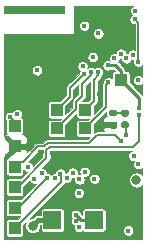
<source format=gbr>
%TF.GenerationSoftware,KiCad,Pcbnew,5.1.9-73d0e3b20d~88~ubuntu20.04.1*%
%TF.CreationDate,2022-04-15T22:34:28-04:00*%
%TF.ProjectId,ring,72696e67-2e6b-4696-9361-645f70636258,rev?*%
%TF.SameCoordinates,Original*%
%TF.FileFunction,Copper,L4,Bot*%
%TF.FilePolarity,Positive*%
%FSLAX46Y46*%
G04 Gerber Fmt 4.6, Leading zero omitted, Abs format (unit mm)*
G04 Created by KiCad (PCBNEW 5.1.9-73d0e3b20d~88~ubuntu20.04.1) date 2022-04-15 22:34:28*
%MOMM*%
%LPD*%
G01*
G04 APERTURE LIST*
%TA.AperFunction,SMDPad,CuDef*%
%ADD10R,1.000000X1.000000*%
%TD*%
%TA.AperFunction,SMDPad,CuDef*%
%ADD11R,1.500000X1.500000*%
%TD*%
%TA.AperFunction,ViaPad*%
%ADD12C,0.400000*%
%TD*%
%TA.AperFunction,ViaPad*%
%ADD13C,0.800000*%
%TD*%
%TA.AperFunction,Conductor*%
%ADD14C,0.150000*%
%TD*%
%TA.AperFunction,Conductor*%
%ADD15C,0.400000*%
%TD*%
%TA.AperFunction,Conductor*%
%ADD16C,0.293370*%
%TD*%
%TA.AperFunction,Conductor*%
%ADD17C,0.200000*%
%TD*%
%TA.AperFunction,Conductor*%
%ADD18C,0.250000*%
%TD*%
%TA.AperFunction,Conductor*%
%ADD19C,0.090000*%
%TD*%
%TA.AperFunction,Conductor*%
%ADD20C,0.100000*%
%TD*%
G04 APERTURE END LIST*
D10*
%TO.P,TP13,1*%
%TO.N,+1V8*%
X79044800Y-25400000D03*
%TD*%
%TO.P,TP12,1*%
%TO.N,/BTN_3*%
X73609200Y-27940000D03*
%TD*%
%TO.P,TP11,1*%
%TO.N,/BTN_2*%
X73609200Y-29514800D03*
%TD*%
%TO.P,TP10,1*%
%TO.N,/BTN_1*%
X75996800Y-27940000D03*
%TD*%
%TO.P,TP9,1*%
%TO.N,/BTN_0*%
X75996800Y-29514800D03*
%TD*%
%TO.P,R5,2*%
%TO.N,GND*%
%TA.AperFunction,SMDPad,CuDef*%
G36*
G01*
X78199400Y-28942000D02*
X78569400Y-28942000D01*
G75*
G02*
X78704400Y-29077000I0J-135000D01*
G01*
X78704400Y-29347000D01*
G75*
G02*
X78569400Y-29482000I-135000J0D01*
G01*
X78199400Y-29482000D01*
G75*
G02*
X78064400Y-29347000I0J135000D01*
G01*
X78064400Y-29077000D01*
G75*
G02*
X78199400Y-28942000I135000J0D01*
G01*
G37*
%TD.AperFunction*%
%TO.P,R5,1*%
%TO.N,Net-(D1-Pad1)*%
%TA.AperFunction,SMDPad,CuDef*%
G36*
G01*
X78199400Y-27922000D02*
X78569400Y-27922000D01*
G75*
G02*
X78704400Y-28057000I0J-135000D01*
G01*
X78704400Y-28327000D01*
G75*
G02*
X78569400Y-28462000I-135000J0D01*
G01*
X78199400Y-28462000D01*
G75*
G02*
X78064400Y-28327000I0J135000D01*
G01*
X78064400Y-28057000D01*
G75*
G02*
X78199400Y-27922000I135000J0D01*
G01*
G37*
%TD.AperFunction*%
%TD*%
%TO.P,D1,2*%
%TO.N,/LED_1*%
%TA.AperFunction,SMDPad,CuDef*%
G36*
G01*
X79227900Y-28892000D02*
X79572900Y-28892000D01*
G75*
G02*
X79720400Y-29039500I0J-147500D01*
G01*
X79720400Y-29334500D01*
G75*
G02*
X79572900Y-29482000I-147500J0D01*
G01*
X79227900Y-29482000D01*
G75*
G02*
X79080400Y-29334500I0J147500D01*
G01*
X79080400Y-29039500D01*
G75*
G02*
X79227900Y-28892000I147500J0D01*
G01*
G37*
%TD.AperFunction*%
%TO.P,D1,1*%
%TO.N,Net-(D1-Pad1)*%
%TA.AperFunction,SMDPad,CuDef*%
G36*
G01*
X79227900Y-27922000D02*
X79572900Y-27922000D01*
G75*
G02*
X79720400Y-28069500I0J-147500D01*
G01*
X79720400Y-28364500D01*
G75*
G02*
X79572900Y-28512000I-147500J0D01*
G01*
X79227900Y-28512000D01*
G75*
G02*
X79080400Y-28364500I0J147500D01*
G01*
X79080400Y-28069500D01*
G75*
G02*
X79227900Y-27922000I147500J0D01*
G01*
G37*
%TD.AperFunction*%
%TD*%
D11*
%TO.P,TP8,1*%
%TO.N,+BATT*%
X76758800Y-37287200D03*
%TD*%
%TO.P,TP7,1*%
%TO.N,/CELL-*%
X73253600Y-37287200D03*
%TD*%
D10*
%TO.P,TP4,1*%
%TO.N,/NRST*%
X70053200Y-34493200D03*
%TD*%
%TO.P,TP6,1*%
%TO.N,+1V8*%
X70053200Y-29311600D03*
%TD*%
%TO.P,TP5,1*%
%TO.N,GND*%
X70053200Y-31038800D03*
%TD*%
%TO.P,TP3,1*%
%TO.N,/BOOT0*%
X70053200Y-32766000D03*
%TD*%
%TO.P,TP2,1*%
%TO.N,/SWCLK*%
X70053200Y-37947600D03*
%TD*%
%TO.P,TP1,1*%
%TO.N,/SWDIO*%
X70053200Y-36220400D03*
%TD*%
D12*
%TO.N,*%
X76657200Y-23469600D03*
%TO.N,GND*%
X74275200Y-22301200D03*
X74834000Y-22707600D03*
X69342000Y-26263600D03*
X69342000Y-26958800D03*
X69342000Y-27958800D03*
X80619600Y-24841200D03*
X76657200Y-22656800D03*
X76660000Y-21844000D03*
X77673200Y-23469600D03*
X69342000Y-23571200D03*
X69342000Y-21691600D03*
X71275200Y-21691600D03*
X75237600Y-19304000D03*
X78943200Y-33274000D03*
X69342000Y-22860000D03*
X70291200Y-22860000D03*
X72491600Y-22860000D03*
X75237600Y-20304000D03*
X69425000Y-30327600D03*
X72275200Y-21691600D03*
X73275200Y-21691600D03*
X74275200Y-21691600D03*
X75275200Y-21691600D03*
X70916800Y-25755600D03*
X76237600Y-19304000D03*
X77237600Y-19304000D03*
X73237600Y-26568400D03*
X74237600Y-26568400D03*
X75237600Y-26568400D03*
X76237600Y-26568400D03*
X77237600Y-26568400D03*
X72237600Y-27568400D03*
X72237600Y-28568400D03*
X72237600Y-29568400D03*
X72237600Y-30568400D03*
X72237600Y-31546800D03*
X72237600Y-26568400D03*
X73237600Y-31568400D03*
X74237600Y-31568400D03*
X75057000Y-31568400D03*
X77237600Y-27568400D03*
X77237600Y-29159200D03*
X73304400Y-38506400D03*
X78798302Y-38524298D03*
X71120000Y-22860000D03*
X69425000Y-31887099D03*
%TO.N,+BATT*%
X80517999Y-25432536D03*
X75488800Y-34975800D03*
X80518000Y-32537400D03*
X75234800Y-36830000D03*
X75255966Y-37318418D03*
%TO.N,/LSM_INT1*%
X80213200Y-20269200D03*
X80517999Y-23850600D03*
%TO.N,/LSM_INT2*%
X70256400Y-28313000D03*
X77142343Y-21476229D03*
%TO.N,/CS*%
X78494001Y-23579199D03*
X74474021Y-33679202D03*
%TO.N,/SCK*%
X79051550Y-23189095D03*
X74973990Y-33259345D03*
%TO.N,/MISO*%
X80051561Y-23264306D03*
X75539600Y-33832800D03*
%TO.N,/MOSI*%
X79509359Y-23576942D03*
X75985067Y-33188212D03*
%TO.N,/SWDIO*%
X72796400Y-33731200D03*
%TO.N,/SWCLK*%
X73926920Y-33348531D03*
%TO.N,/BOOT0*%
X79029961Y-30560928D03*
%TO.N,+1V8*%
X80264000Y-19558000D03*
X75946000Y-20828000D03*
X75806259Y-24244259D03*
X69646800Y-28549600D03*
X73474010Y-33742088D03*
X80122261Y-31836861D03*
D13*
X80365600Y-33883600D03*
D12*
X76809600Y-33782000D03*
X80574978Y-27746389D03*
X77927198Y-24180798D03*
X71170800Y-32766000D03*
X71956363Y-24602240D03*
%TO.N,/TPS_MODE*%
X75488802Y-37871400D03*
X71727561Y-33779961D03*
%TO.N,/TPS_STOP*%
X72339200Y-33324800D03*
X79668130Y-38161096D03*
D13*
%TO.N,/CELL-*%
X71583501Y-37750701D03*
D12*
%TO.N,/NRST*%
X80574980Y-28346400D03*
%TO.N,/RAD_PLANE*%
X69392800Y-19405600D03*
X73964800Y-19405600D03*
%TO.N,/LED_1*%
X79508632Y-30080232D03*
%TO.N,/BTN_0*%
X77994001Y-25603200D03*
%TO.N,/BTN_1*%
X77112820Y-24741147D03*
%TO.N,/BTN_2*%
X76512824Y-24745463D03*
%TO.N,/BTN_3*%
X75927017Y-24875252D03*
%TD*%
D14*
%TO.N,GND*%
X77290400Y-29212000D02*
X77237600Y-29159200D01*
X78384400Y-29212000D02*
X77290400Y-29212000D01*
D15*
X70053200Y-30955800D02*
X69425000Y-30327600D01*
X70053200Y-31038800D02*
X70053200Y-30955800D01*
X70053200Y-31258899D02*
X69425000Y-31887099D01*
X70053200Y-31038800D02*
X70053200Y-31258899D01*
D16*
%TO.N,+BATT*%
X76758800Y-37287200D02*
X75692000Y-37287200D01*
X75439584Y-37134800D02*
X75255966Y-37318418D01*
X75539600Y-37134800D02*
X75439584Y-37134800D01*
X75692000Y-37287200D02*
X75539600Y-37134800D01*
X75539600Y-37134800D02*
X75234800Y-36830000D01*
D14*
%TO.N,/LSM_INT1*%
X80213200Y-20269200D02*
X80526562Y-20582562D01*
X80526562Y-23842037D02*
X80517999Y-23850600D01*
X80526562Y-20582562D02*
X80526562Y-23842037D01*
D17*
%TO.N,/SWDIO*%
X70307200Y-36220400D02*
X72796400Y-33731200D01*
X70053200Y-36220400D02*
X70307200Y-36220400D01*
%TO.N,/SWCLK*%
X73974011Y-33395622D02*
X73926920Y-33348531D01*
X70053200Y-37947600D02*
X73974011Y-34026789D01*
X73974011Y-34026789D02*
X73974011Y-33395622D01*
D14*
%TO.N,/BOOT0*%
X78562432Y-30093399D02*
X79029961Y-30560928D01*
X77009599Y-30093399D02*
X78562432Y-30093399D01*
X76359609Y-30743389D02*
X77009599Y-30093399D01*
X72864621Y-30743389D02*
X76359609Y-30743389D01*
X72569210Y-31038800D02*
X72864621Y-30743389D01*
X72465601Y-31043401D02*
X72470202Y-31038800D01*
X72059597Y-31043401D02*
X72465601Y-31043401D01*
X72470202Y-31038800D02*
X72569210Y-31038800D01*
X70753200Y-32349798D02*
X72059597Y-31043401D01*
X70469402Y-32349798D02*
X70753200Y-32349798D01*
X70053200Y-32766000D02*
X70469402Y-32349798D01*
D17*
%TO.N,+1V8*%
X70053200Y-29311600D02*
X70053200Y-28956000D01*
X70053200Y-28956000D02*
X69646800Y-28549600D01*
D18*
X80574978Y-26930178D02*
X79044800Y-25400000D01*
X80574978Y-27746389D02*
X80574978Y-26930178D01*
X79044800Y-25400000D02*
X79044800Y-24650000D01*
X79044800Y-24650000D02*
X78575598Y-24180798D01*
X78575598Y-24180798D02*
X77927198Y-24180798D01*
D15*
%TO.N,/CELL-*%
X72047002Y-37287200D02*
X71583501Y-37750701D01*
X73253600Y-37287200D02*
X72047002Y-37287200D01*
D17*
%TO.N,/NRST*%
X80574980Y-30575410D02*
X80574980Y-28346400D01*
D14*
X80056991Y-31093399D02*
X80574980Y-30575410D01*
X73009599Y-31093399D02*
X80056991Y-31093399D01*
X72745600Y-31357398D02*
X73009599Y-31093399D01*
X72745600Y-31750000D02*
X72745600Y-31357398D01*
D17*
X70307200Y-34493200D02*
X72745600Y-32054800D01*
X70053200Y-34493200D02*
X70307200Y-34493200D01*
X72745600Y-32054800D02*
X72745600Y-31750000D01*
D14*
%TO.N,/LED_1*%
X79508632Y-29295232D02*
X79400400Y-29187000D01*
X79508632Y-30080232D02*
X79508632Y-29295232D01*
%TO.N,Net-(D1-Pad1)*%
X78409400Y-28217000D02*
X78384400Y-28192000D01*
X79400400Y-28217000D02*
X78409400Y-28217000D01*
%TO.N,/BTN_0*%
X75996800Y-29514800D02*
X76468199Y-29043401D01*
X77789390Y-25807811D02*
X77789390Y-25922590D01*
X77994001Y-25603200D02*
X77789390Y-25807811D01*
X77789390Y-27722210D02*
X77789390Y-27294190D01*
X75996800Y-29514800D02*
X77789390Y-27722210D01*
X77789390Y-27294190D02*
X77789390Y-25922590D01*
%TO.N,/BTN_1*%
X76762599Y-25374210D02*
X77112820Y-25023989D01*
X77112820Y-25023989D02*
X77112820Y-24741147D01*
X75996800Y-27940000D02*
X76762599Y-27174201D01*
X76762599Y-27174201D02*
X76762599Y-25374210D01*
%TO.N,/BTN_2*%
X76512824Y-25028305D02*
X76512824Y-24745463D01*
X75762599Y-26751801D02*
X75762599Y-25778530D01*
X73609200Y-29514800D02*
X75221799Y-27902201D01*
X75762599Y-25778530D02*
X76512824Y-25028305D01*
X75221799Y-27292601D02*
X75762599Y-26751801D01*
X75221799Y-27902201D02*
X75221799Y-27292601D01*
%TO.N,/BTN_3*%
X74712601Y-26836599D02*
X74712601Y-26089668D01*
X73609200Y-27940000D02*
X74712601Y-26836599D01*
X74712601Y-26089668D02*
X75927017Y-24875252D01*
%TD*%
D19*
%TO.N,GND*%
X79911475Y-31442507D02*
X79838590Y-31491207D01*
X79776607Y-31553190D01*
X79727907Y-31626075D01*
X79694362Y-31707059D01*
X79677261Y-31793032D01*
X79677261Y-31880690D01*
X79694362Y-31966663D01*
X79727907Y-32047647D01*
X79776607Y-32120532D01*
X79838590Y-32182515D01*
X79911475Y-32231215D01*
X79992459Y-32264760D01*
X80078432Y-32281861D01*
X80153549Y-32281861D01*
X80123646Y-32326614D01*
X80090101Y-32407598D01*
X80073000Y-32493571D01*
X80073000Y-32581229D01*
X80090101Y-32667202D01*
X80123646Y-32748186D01*
X80172346Y-32821071D01*
X80234329Y-32883054D01*
X80307214Y-32931754D01*
X80388198Y-32965299D01*
X80474171Y-32982400D01*
X80561829Y-32982400D01*
X80647802Y-32965299D01*
X80728786Y-32931754D01*
X80801671Y-32883054D01*
X80840001Y-32844724D01*
X80840001Y-33445833D01*
X80776764Y-33382596D01*
X80671122Y-33312008D01*
X80553740Y-33263387D01*
X80429127Y-33238600D01*
X80302073Y-33238600D01*
X80177460Y-33263387D01*
X80060078Y-33312008D01*
X79954436Y-33382596D01*
X79864596Y-33472436D01*
X79794008Y-33578078D01*
X79745387Y-33695460D01*
X79720600Y-33820073D01*
X79720600Y-33947127D01*
X79745387Y-34071740D01*
X79794008Y-34189122D01*
X79864596Y-34294764D01*
X79954436Y-34384604D01*
X80060078Y-34455192D01*
X80177460Y-34503813D01*
X80302073Y-34528600D01*
X80429127Y-34528600D01*
X80553740Y-34503813D01*
X80671122Y-34455192D01*
X80776764Y-34384604D01*
X80840001Y-34321367D01*
X80840001Y-38840000D01*
X69160000Y-38840000D01*
X69160000Y-31931383D01*
X69160278Y-31931722D01*
X69244483Y-32000828D01*
X69340552Y-32052178D01*
X69404070Y-32071446D01*
X69379121Y-32091921D01*
X69348505Y-32129227D01*
X69325755Y-32171789D01*
X69311745Y-32217972D01*
X69307015Y-32266000D01*
X69307015Y-33266000D01*
X69311745Y-33314028D01*
X69325755Y-33360211D01*
X69348505Y-33402773D01*
X69379121Y-33440079D01*
X69416427Y-33470695D01*
X69458989Y-33493445D01*
X69505172Y-33507455D01*
X69553200Y-33512185D01*
X70553200Y-33512185D01*
X70601228Y-33507455D01*
X70647411Y-33493445D01*
X70689973Y-33470695D01*
X70727279Y-33440079D01*
X70757895Y-33402773D01*
X70780645Y-33360211D01*
X70794655Y-33314028D01*
X70799385Y-33266000D01*
X70799385Y-33011117D01*
X70825146Y-33049671D01*
X70887129Y-33111654D01*
X70960014Y-33160354D01*
X71040998Y-33193899D01*
X71105723Y-33206774D01*
X70564381Y-33748116D01*
X70553200Y-33747015D01*
X69553200Y-33747015D01*
X69505172Y-33751745D01*
X69458989Y-33765755D01*
X69416427Y-33788505D01*
X69379121Y-33819121D01*
X69348505Y-33856427D01*
X69325755Y-33898989D01*
X69311745Y-33945172D01*
X69307015Y-33993200D01*
X69307015Y-34993200D01*
X69311745Y-35041228D01*
X69325755Y-35087411D01*
X69348505Y-35129973D01*
X69379121Y-35167279D01*
X69416427Y-35197895D01*
X69458989Y-35220645D01*
X69505172Y-35234655D01*
X69553200Y-35239385D01*
X70553200Y-35239385D01*
X70601228Y-35234655D01*
X70647411Y-35220645D01*
X70689973Y-35197895D01*
X70727279Y-35167279D01*
X70757895Y-35129973D01*
X70780645Y-35087411D01*
X70794655Y-35041228D01*
X70799385Y-34993200D01*
X70799385Y-34488918D01*
X71322765Y-33965538D01*
X71333207Y-33990747D01*
X71381907Y-34063632D01*
X71443890Y-34125615D01*
X71516775Y-34174315D01*
X71597759Y-34207860D01*
X71683732Y-34224961D01*
X71771390Y-34224961D01*
X71825498Y-34214198D01*
X70564381Y-35475316D01*
X70553200Y-35474215D01*
X69553200Y-35474215D01*
X69505172Y-35478945D01*
X69458989Y-35492955D01*
X69416427Y-35515705D01*
X69379121Y-35546321D01*
X69348505Y-35583627D01*
X69325755Y-35626189D01*
X69311745Y-35672372D01*
X69307015Y-35720400D01*
X69307015Y-36720400D01*
X69311745Y-36768428D01*
X69325755Y-36814611D01*
X69348505Y-36857173D01*
X69379121Y-36894479D01*
X69416427Y-36925095D01*
X69458989Y-36947845D01*
X69505172Y-36961855D01*
X69553200Y-36966585D01*
X70546312Y-36966585D01*
X70311482Y-37201415D01*
X69553200Y-37201415D01*
X69505172Y-37206145D01*
X69458989Y-37220155D01*
X69416427Y-37242905D01*
X69379121Y-37273521D01*
X69348505Y-37310827D01*
X69325755Y-37353389D01*
X69311745Y-37399572D01*
X69307015Y-37447600D01*
X69307015Y-38447600D01*
X69311745Y-38495628D01*
X69325755Y-38541811D01*
X69348505Y-38584373D01*
X69379121Y-38621679D01*
X69416427Y-38652295D01*
X69458989Y-38675045D01*
X69505172Y-38689055D01*
X69553200Y-38693785D01*
X70553200Y-38693785D01*
X70601228Y-38689055D01*
X70647411Y-38675045D01*
X70689973Y-38652295D01*
X70727279Y-38621679D01*
X70757895Y-38584373D01*
X70780645Y-38541811D01*
X70794655Y-38495628D01*
X70799385Y-38447600D01*
X70799385Y-37689318D01*
X70989554Y-37499149D01*
X70963288Y-37562561D01*
X70938501Y-37687174D01*
X70938501Y-37814228D01*
X70963288Y-37938841D01*
X71011909Y-38056223D01*
X71082497Y-38161865D01*
X71172337Y-38251705D01*
X71277979Y-38322293D01*
X71395361Y-38370914D01*
X71519974Y-38395701D01*
X71647028Y-38395701D01*
X71771641Y-38370914D01*
X71889023Y-38322293D01*
X71994665Y-38251705D01*
X72084505Y-38161865D01*
X72155093Y-38056223D01*
X72203714Y-37938841D01*
X72228501Y-37814228D01*
X72228501Y-37735026D01*
X72231327Y-37732200D01*
X72257415Y-37732200D01*
X72257415Y-38037200D01*
X72262145Y-38085228D01*
X72276155Y-38131411D01*
X72298905Y-38173973D01*
X72329521Y-38211279D01*
X72366827Y-38241895D01*
X72409389Y-38264645D01*
X72455572Y-38278655D01*
X72503600Y-38283385D01*
X74003600Y-38283385D01*
X74051628Y-38278655D01*
X74097811Y-38264645D01*
X74140373Y-38241895D01*
X74177679Y-38211279D01*
X74208295Y-38173973D01*
X74231045Y-38131411D01*
X74245055Y-38085228D01*
X74249785Y-38037200D01*
X74249785Y-36786171D01*
X74789800Y-36786171D01*
X74789800Y-36873829D01*
X74806901Y-36959802D01*
X74840446Y-37040786D01*
X74873361Y-37090048D01*
X74861612Y-37107632D01*
X74828067Y-37188616D01*
X74810966Y-37274589D01*
X74810966Y-37362247D01*
X74828067Y-37448220D01*
X74861612Y-37529204D01*
X74910312Y-37602089D01*
X74972295Y-37664072D01*
X75045180Y-37712772D01*
X75068792Y-37722552D01*
X75060903Y-37741598D01*
X75043802Y-37827571D01*
X75043802Y-37915229D01*
X75060903Y-38001202D01*
X75094448Y-38082186D01*
X75143148Y-38155071D01*
X75205131Y-38217054D01*
X75278016Y-38265754D01*
X75359000Y-38299299D01*
X75444973Y-38316400D01*
X75532631Y-38316400D01*
X75618604Y-38299299D01*
X75699588Y-38265754D01*
X75772473Y-38217054D01*
X75809266Y-38180261D01*
X75834721Y-38211279D01*
X75872027Y-38241895D01*
X75914589Y-38264645D01*
X75960772Y-38278655D01*
X76008800Y-38283385D01*
X77508800Y-38283385D01*
X77556828Y-38278655D01*
X77603011Y-38264645D01*
X77645573Y-38241895D01*
X77682879Y-38211279D01*
X77713495Y-38173973D01*
X77736245Y-38131411D01*
X77740535Y-38117267D01*
X79223130Y-38117267D01*
X79223130Y-38204925D01*
X79240231Y-38290898D01*
X79273776Y-38371882D01*
X79322476Y-38444767D01*
X79384459Y-38506750D01*
X79457344Y-38555450D01*
X79538328Y-38588995D01*
X79624301Y-38606096D01*
X79711959Y-38606096D01*
X79797932Y-38588995D01*
X79878916Y-38555450D01*
X79951801Y-38506750D01*
X80013784Y-38444767D01*
X80062484Y-38371882D01*
X80096029Y-38290898D01*
X80113130Y-38204925D01*
X80113130Y-38117267D01*
X80096029Y-38031294D01*
X80062484Y-37950310D01*
X80013784Y-37877425D01*
X79951801Y-37815442D01*
X79878916Y-37766742D01*
X79797932Y-37733197D01*
X79711959Y-37716096D01*
X79624301Y-37716096D01*
X79538328Y-37733197D01*
X79457344Y-37766742D01*
X79384459Y-37815442D01*
X79322476Y-37877425D01*
X79273776Y-37950310D01*
X79240231Y-38031294D01*
X79223130Y-38117267D01*
X77740535Y-38117267D01*
X77750255Y-38085228D01*
X77754985Y-38037200D01*
X77754985Y-36537200D01*
X77750255Y-36489172D01*
X77736245Y-36442989D01*
X77713495Y-36400427D01*
X77682879Y-36363121D01*
X77645573Y-36332505D01*
X77603011Y-36309755D01*
X77556828Y-36295745D01*
X77508800Y-36291015D01*
X76008800Y-36291015D01*
X75960772Y-36295745D01*
X75914589Y-36309755D01*
X75872027Y-36332505D01*
X75834721Y-36363121D01*
X75804105Y-36400427D01*
X75781355Y-36442989D01*
X75767345Y-36489172D01*
X75762615Y-36537200D01*
X75762615Y-36803889D01*
X75663636Y-36704910D01*
X75662699Y-36700198D01*
X75629154Y-36619214D01*
X75580454Y-36546329D01*
X75518471Y-36484346D01*
X75445586Y-36435646D01*
X75364602Y-36402101D01*
X75278629Y-36385000D01*
X75190971Y-36385000D01*
X75104998Y-36402101D01*
X75024014Y-36435646D01*
X74951129Y-36484346D01*
X74889146Y-36546329D01*
X74840446Y-36619214D01*
X74806901Y-36700198D01*
X74789800Y-36786171D01*
X74249785Y-36786171D01*
X74249785Y-36537200D01*
X74245055Y-36489172D01*
X74231045Y-36442989D01*
X74208295Y-36400427D01*
X74177679Y-36363121D01*
X74140373Y-36332505D01*
X74097811Y-36309755D01*
X74051628Y-36295745D01*
X74003600Y-36291015D01*
X72503600Y-36291015D01*
X72455572Y-36295745D01*
X72409389Y-36309755D01*
X72366827Y-36332505D01*
X72329521Y-36363121D01*
X72298905Y-36400427D01*
X72276155Y-36442989D01*
X72262145Y-36489172D01*
X72257415Y-36537200D01*
X72257415Y-36842200D01*
X72068850Y-36842200D01*
X72047001Y-36840048D01*
X72025152Y-36842200D01*
X72025142Y-36842200D01*
X71959767Y-36848639D01*
X71875884Y-36874084D01*
X71798577Y-36915406D01*
X71730817Y-36971015D01*
X71716881Y-36987996D01*
X71599176Y-37105701D01*
X71519974Y-37105701D01*
X71395361Y-37130488D01*
X71331949Y-37156754D01*
X73556732Y-34931971D01*
X75043800Y-34931971D01*
X75043800Y-35019629D01*
X75060901Y-35105602D01*
X75094446Y-35186586D01*
X75143146Y-35259471D01*
X75205129Y-35321454D01*
X75278014Y-35370154D01*
X75358998Y-35403699D01*
X75444971Y-35420800D01*
X75532629Y-35420800D01*
X75618602Y-35403699D01*
X75699586Y-35370154D01*
X75772471Y-35321454D01*
X75834454Y-35259471D01*
X75883154Y-35186586D01*
X75916699Y-35105602D01*
X75933800Y-35019629D01*
X75933800Y-34931971D01*
X75916699Y-34845998D01*
X75883154Y-34765014D01*
X75834454Y-34692129D01*
X75772471Y-34630146D01*
X75699586Y-34581446D01*
X75618602Y-34547901D01*
X75532629Y-34530800D01*
X75444971Y-34530800D01*
X75358998Y-34547901D01*
X75278014Y-34581446D01*
X75205129Y-34630146D01*
X75143146Y-34692129D01*
X75094446Y-34765014D01*
X75060901Y-34845998D01*
X75043800Y-34931971D01*
X73556732Y-34931971D01*
X74205986Y-34282718D01*
X74219142Y-34271921D01*
X74229940Y-34258764D01*
X74229945Y-34258759D01*
X74255882Y-34227154D01*
X74262256Y-34219388D01*
X74294291Y-34159453D01*
X74313973Y-34094573D01*
X74344219Y-34107101D01*
X74430192Y-34124202D01*
X74517850Y-34124202D01*
X74603823Y-34107101D01*
X74684807Y-34073556D01*
X74757692Y-34024856D01*
X74819675Y-33962873D01*
X74868375Y-33889988D01*
X74901920Y-33809004D01*
X74919021Y-33723031D01*
X74919021Y-33702129D01*
X74930161Y-33704345D01*
X75017819Y-33704345D01*
X75103792Y-33687244D01*
X75121216Y-33680027D01*
X75111701Y-33702998D01*
X75094600Y-33788971D01*
X75094600Y-33876629D01*
X75111701Y-33962602D01*
X75145246Y-34043586D01*
X75193946Y-34116471D01*
X75255929Y-34178454D01*
X75328814Y-34227154D01*
X75409798Y-34260699D01*
X75495771Y-34277800D01*
X75583429Y-34277800D01*
X75669402Y-34260699D01*
X75750386Y-34227154D01*
X75823271Y-34178454D01*
X75885254Y-34116471D01*
X75933954Y-34043586D01*
X75967499Y-33962602D01*
X75984600Y-33876629D01*
X75984600Y-33788971D01*
X75974496Y-33738171D01*
X76364600Y-33738171D01*
X76364600Y-33825829D01*
X76381701Y-33911802D01*
X76415246Y-33992786D01*
X76463946Y-34065671D01*
X76525929Y-34127654D01*
X76598814Y-34176354D01*
X76679798Y-34209899D01*
X76765771Y-34227000D01*
X76853429Y-34227000D01*
X76939402Y-34209899D01*
X77020386Y-34176354D01*
X77093271Y-34127654D01*
X77155254Y-34065671D01*
X77203954Y-33992786D01*
X77237499Y-33911802D01*
X77254600Y-33825829D01*
X77254600Y-33738171D01*
X77237499Y-33652198D01*
X77203954Y-33571214D01*
X77155254Y-33498329D01*
X77093271Y-33436346D01*
X77020386Y-33387646D01*
X76939402Y-33354101D01*
X76853429Y-33337000D01*
X76765771Y-33337000D01*
X76679798Y-33354101D01*
X76598814Y-33387646D01*
X76525929Y-33436346D01*
X76463946Y-33498329D01*
X76415246Y-33571214D01*
X76381701Y-33652198D01*
X76364600Y-33738171D01*
X75974496Y-33738171D01*
X75967499Y-33702998D01*
X75938355Y-33632639D01*
X75941238Y-33633212D01*
X76028896Y-33633212D01*
X76114869Y-33616111D01*
X76195853Y-33582566D01*
X76268738Y-33533866D01*
X76330721Y-33471883D01*
X76379421Y-33398998D01*
X76412966Y-33318014D01*
X76430067Y-33232041D01*
X76430067Y-33144383D01*
X76412966Y-33058410D01*
X76379421Y-32977426D01*
X76330721Y-32904541D01*
X76268738Y-32842558D01*
X76195853Y-32793858D01*
X76114869Y-32760313D01*
X76028896Y-32743212D01*
X75941238Y-32743212D01*
X75855265Y-32760313D01*
X75774281Y-32793858D01*
X75701396Y-32842558D01*
X75639413Y-32904541D01*
X75590713Y-32977426D01*
X75557168Y-33058410D01*
X75540067Y-33144383D01*
X75540067Y-33232041D01*
X75557168Y-33318014D01*
X75586312Y-33388373D01*
X75583429Y-33387800D01*
X75495771Y-33387800D01*
X75409798Y-33404901D01*
X75392374Y-33412118D01*
X75401889Y-33389147D01*
X75418990Y-33303174D01*
X75418990Y-33215516D01*
X75401889Y-33129543D01*
X75368344Y-33048559D01*
X75319644Y-32975674D01*
X75257661Y-32913691D01*
X75184776Y-32864991D01*
X75103792Y-32831446D01*
X75017819Y-32814345D01*
X74930161Y-32814345D01*
X74844188Y-32831446D01*
X74763204Y-32864991D01*
X74690319Y-32913691D01*
X74628336Y-32975674D01*
X74579636Y-33048559D01*
X74546091Y-33129543D01*
X74528990Y-33215516D01*
X74528990Y-33236418D01*
X74517850Y-33234202D01*
X74430192Y-33234202D01*
X74360648Y-33248035D01*
X74354819Y-33218729D01*
X74321274Y-33137745D01*
X74272574Y-33064860D01*
X74210591Y-33002877D01*
X74137706Y-32954177D01*
X74056722Y-32920632D01*
X73970749Y-32903531D01*
X73883091Y-32903531D01*
X73797118Y-32920632D01*
X73716134Y-32954177D01*
X73643249Y-33002877D01*
X73581266Y-33064860D01*
X73532566Y-33137745D01*
X73499021Y-33218729D01*
X73483435Y-33297088D01*
X73430181Y-33297088D01*
X73344208Y-33314189D01*
X73263224Y-33347734D01*
X73190339Y-33396434D01*
X73140649Y-33446124D01*
X73080071Y-33385546D01*
X73007186Y-33336846D01*
X72926202Y-33303301D01*
X72840229Y-33286200D01*
X72784200Y-33286200D01*
X72784200Y-33280971D01*
X72767099Y-33194998D01*
X72733554Y-33114014D01*
X72684854Y-33041129D01*
X72622871Y-32979146D01*
X72549986Y-32930446D01*
X72469002Y-32896901D01*
X72404277Y-32884027D01*
X72977575Y-32310729D01*
X72990731Y-32299932D01*
X73001529Y-32286775D01*
X73001534Y-32286770D01*
X73033844Y-32247400D01*
X73033845Y-32247399D01*
X73065880Y-32187464D01*
X73085608Y-32122432D01*
X73090600Y-32071746D01*
X73090600Y-32071737D01*
X73092268Y-32054801D01*
X73090600Y-32037865D01*
X73090600Y-31733054D01*
X73085608Y-31682368D01*
X73065880Y-31617336D01*
X73065600Y-31616812D01*
X73065600Y-31489945D01*
X73142147Y-31413399D01*
X79981747Y-31413399D01*
X79911475Y-31442507D01*
%TA.AperFunction,Conductor*%
D20*
G36*
X79911475Y-31442507D02*
G01*
X79838590Y-31491207D01*
X79776607Y-31553190D01*
X79727907Y-31626075D01*
X79694362Y-31707059D01*
X79677261Y-31793032D01*
X79677261Y-31880690D01*
X79694362Y-31966663D01*
X79727907Y-32047647D01*
X79776607Y-32120532D01*
X79838590Y-32182515D01*
X79911475Y-32231215D01*
X79992459Y-32264760D01*
X80078432Y-32281861D01*
X80153549Y-32281861D01*
X80123646Y-32326614D01*
X80090101Y-32407598D01*
X80073000Y-32493571D01*
X80073000Y-32581229D01*
X80090101Y-32667202D01*
X80123646Y-32748186D01*
X80172346Y-32821071D01*
X80234329Y-32883054D01*
X80307214Y-32931754D01*
X80388198Y-32965299D01*
X80474171Y-32982400D01*
X80561829Y-32982400D01*
X80647802Y-32965299D01*
X80728786Y-32931754D01*
X80801671Y-32883054D01*
X80840001Y-32844724D01*
X80840001Y-33445833D01*
X80776764Y-33382596D01*
X80671122Y-33312008D01*
X80553740Y-33263387D01*
X80429127Y-33238600D01*
X80302073Y-33238600D01*
X80177460Y-33263387D01*
X80060078Y-33312008D01*
X79954436Y-33382596D01*
X79864596Y-33472436D01*
X79794008Y-33578078D01*
X79745387Y-33695460D01*
X79720600Y-33820073D01*
X79720600Y-33947127D01*
X79745387Y-34071740D01*
X79794008Y-34189122D01*
X79864596Y-34294764D01*
X79954436Y-34384604D01*
X80060078Y-34455192D01*
X80177460Y-34503813D01*
X80302073Y-34528600D01*
X80429127Y-34528600D01*
X80553740Y-34503813D01*
X80671122Y-34455192D01*
X80776764Y-34384604D01*
X80840001Y-34321367D01*
X80840001Y-38840000D01*
X69160000Y-38840000D01*
X69160000Y-31931383D01*
X69160278Y-31931722D01*
X69244483Y-32000828D01*
X69340552Y-32052178D01*
X69404070Y-32071446D01*
X69379121Y-32091921D01*
X69348505Y-32129227D01*
X69325755Y-32171789D01*
X69311745Y-32217972D01*
X69307015Y-32266000D01*
X69307015Y-33266000D01*
X69311745Y-33314028D01*
X69325755Y-33360211D01*
X69348505Y-33402773D01*
X69379121Y-33440079D01*
X69416427Y-33470695D01*
X69458989Y-33493445D01*
X69505172Y-33507455D01*
X69553200Y-33512185D01*
X70553200Y-33512185D01*
X70601228Y-33507455D01*
X70647411Y-33493445D01*
X70689973Y-33470695D01*
X70727279Y-33440079D01*
X70757895Y-33402773D01*
X70780645Y-33360211D01*
X70794655Y-33314028D01*
X70799385Y-33266000D01*
X70799385Y-33011117D01*
X70825146Y-33049671D01*
X70887129Y-33111654D01*
X70960014Y-33160354D01*
X71040998Y-33193899D01*
X71105723Y-33206774D01*
X70564381Y-33748116D01*
X70553200Y-33747015D01*
X69553200Y-33747015D01*
X69505172Y-33751745D01*
X69458989Y-33765755D01*
X69416427Y-33788505D01*
X69379121Y-33819121D01*
X69348505Y-33856427D01*
X69325755Y-33898989D01*
X69311745Y-33945172D01*
X69307015Y-33993200D01*
X69307015Y-34993200D01*
X69311745Y-35041228D01*
X69325755Y-35087411D01*
X69348505Y-35129973D01*
X69379121Y-35167279D01*
X69416427Y-35197895D01*
X69458989Y-35220645D01*
X69505172Y-35234655D01*
X69553200Y-35239385D01*
X70553200Y-35239385D01*
X70601228Y-35234655D01*
X70647411Y-35220645D01*
X70689973Y-35197895D01*
X70727279Y-35167279D01*
X70757895Y-35129973D01*
X70780645Y-35087411D01*
X70794655Y-35041228D01*
X70799385Y-34993200D01*
X70799385Y-34488918D01*
X71322765Y-33965538D01*
X71333207Y-33990747D01*
X71381907Y-34063632D01*
X71443890Y-34125615D01*
X71516775Y-34174315D01*
X71597759Y-34207860D01*
X71683732Y-34224961D01*
X71771390Y-34224961D01*
X71825498Y-34214198D01*
X70564381Y-35475316D01*
X70553200Y-35474215D01*
X69553200Y-35474215D01*
X69505172Y-35478945D01*
X69458989Y-35492955D01*
X69416427Y-35515705D01*
X69379121Y-35546321D01*
X69348505Y-35583627D01*
X69325755Y-35626189D01*
X69311745Y-35672372D01*
X69307015Y-35720400D01*
X69307015Y-36720400D01*
X69311745Y-36768428D01*
X69325755Y-36814611D01*
X69348505Y-36857173D01*
X69379121Y-36894479D01*
X69416427Y-36925095D01*
X69458989Y-36947845D01*
X69505172Y-36961855D01*
X69553200Y-36966585D01*
X70546312Y-36966585D01*
X70311482Y-37201415D01*
X69553200Y-37201415D01*
X69505172Y-37206145D01*
X69458989Y-37220155D01*
X69416427Y-37242905D01*
X69379121Y-37273521D01*
X69348505Y-37310827D01*
X69325755Y-37353389D01*
X69311745Y-37399572D01*
X69307015Y-37447600D01*
X69307015Y-38447600D01*
X69311745Y-38495628D01*
X69325755Y-38541811D01*
X69348505Y-38584373D01*
X69379121Y-38621679D01*
X69416427Y-38652295D01*
X69458989Y-38675045D01*
X69505172Y-38689055D01*
X69553200Y-38693785D01*
X70553200Y-38693785D01*
X70601228Y-38689055D01*
X70647411Y-38675045D01*
X70689973Y-38652295D01*
X70727279Y-38621679D01*
X70757895Y-38584373D01*
X70780645Y-38541811D01*
X70794655Y-38495628D01*
X70799385Y-38447600D01*
X70799385Y-37689318D01*
X70989554Y-37499149D01*
X70963288Y-37562561D01*
X70938501Y-37687174D01*
X70938501Y-37814228D01*
X70963288Y-37938841D01*
X71011909Y-38056223D01*
X71082497Y-38161865D01*
X71172337Y-38251705D01*
X71277979Y-38322293D01*
X71395361Y-38370914D01*
X71519974Y-38395701D01*
X71647028Y-38395701D01*
X71771641Y-38370914D01*
X71889023Y-38322293D01*
X71994665Y-38251705D01*
X72084505Y-38161865D01*
X72155093Y-38056223D01*
X72203714Y-37938841D01*
X72228501Y-37814228D01*
X72228501Y-37735026D01*
X72231327Y-37732200D01*
X72257415Y-37732200D01*
X72257415Y-38037200D01*
X72262145Y-38085228D01*
X72276155Y-38131411D01*
X72298905Y-38173973D01*
X72329521Y-38211279D01*
X72366827Y-38241895D01*
X72409389Y-38264645D01*
X72455572Y-38278655D01*
X72503600Y-38283385D01*
X74003600Y-38283385D01*
X74051628Y-38278655D01*
X74097811Y-38264645D01*
X74140373Y-38241895D01*
X74177679Y-38211279D01*
X74208295Y-38173973D01*
X74231045Y-38131411D01*
X74245055Y-38085228D01*
X74249785Y-38037200D01*
X74249785Y-36786171D01*
X74789800Y-36786171D01*
X74789800Y-36873829D01*
X74806901Y-36959802D01*
X74840446Y-37040786D01*
X74873361Y-37090048D01*
X74861612Y-37107632D01*
X74828067Y-37188616D01*
X74810966Y-37274589D01*
X74810966Y-37362247D01*
X74828067Y-37448220D01*
X74861612Y-37529204D01*
X74910312Y-37602089D01*
X74972295Y-37664072D01*
X75045180Y-37712772D01*
X75068792Y-37722552D01*
X75060903Y-37741598D01*
X75043802Y-37827571D01*
X75043802Y-37915229D01*
X75060903Y-38001202D01*
X75094448Y-38082186D01*
X75143148Y-38155071D01*
X75205131Y-38217054D01*
X75278016Y-38265754D01*
X75359000Y-38299299D01*
X75444973Y-38316400D01*
X75532631Y-38316400D01*
X75618604Y-38299299D01*
X75699588Y-38265754D01*
X75772473Y-38217054D01*
X75809266Y-38180261D01*
X75834721Y-38211279D01*
X75872027Y-38241895D01*
X75914589Y-38264645D01*
X75960772Y-38278655D01*
X76008800Y-38283385D01*
X77508800Y-38283385D01*
X77556828Y-38278655D01*
X77603011Y-38264645D01*
X77645573Y-38241895D01*
X77682879Y-38211279D01*
X77713495Y-38173973D01*
X77736245Y-38131411D01*
X77740535Y-38117267D01*
X79223130Y-38117267D01*
X79223130Y-38204925D01*
X79240231Y-38290898D01*
X79273776Y-38371882D01*
X79322476Y-38444767D01*
X79384459Y-38506750D01*
X79457344Y-38555450D01*
X79538328Y-38588995D01*
X79624301Y-38606096D01*
X79711959Y-38606096D01*
X79797932Y-38588995D01*
X79878916Y-38555450D01*
X79951801Y-38506750D01*
X80013784Y-38444767D01*
X80062484Y-38371882D01*
X80096029Y-38290898D01*
X80113130Y-38204925D01*
X80113130Y-38117267D01*
X80096029Y-38031294D01*
X80062484Y-37950310D01*
X80013784Y-37877425D01*
X79951801Y-37815442D01*
X79878916Y-37766742D01*
X79797932Y-37733197D01*
X79711959Y-37716096D01*
X79624301Y-37716096D01*
X79538328Y-37733197D01*
X79457344Y-37766742D01*
X79384459Y-37815442D01*
X79322476Y-37877425D01*
X79273776Y-37950310D01*
X79240231Y-38031294D01*
X79223130Y-38117267D01*
X77740535Y-38117267D01*
X77750255Y-38085228D01*
X77754985Y-38037200D01*
X77754985Y-36537200D01*
X77750255Y-36489172D01*
X77736245Y-36442989D01*
X77713495Y-36400427D01*
X77682879Y-36363121D01*
X77645573Y-36332505D01*
X77603011Y-36309755D01*
X77556828Y-36295745D01*
X77508800Y-36291015D01*
X76008800Y-36291015D01*
X75960772Y-36295745D01*
X75914589Y-36309755D01*
X75872027Y-36332505D01*
X75834721Y-36363121D01*
X75804105Y-36400427D01*
X75781355Y-36442989D01*
X75767345Y-36489172D01*
X75762615Y-36537200D01*
X75762615Y-36803889D01*
X75663636Y-36704910D01*
X75662699Y-36700198D01*
X75629154Y-36619214D01*
X75580454Y-36546329D01*
X75518471Y-36484346D01*
X75445586Y-36435646D01*
X75364602Y-36402101D01*
X75278629Y-36385000D01*
X75190971Y-36385000D01*
X75104998Y-36402101D01*
X75024014Y-36435646D01*
X74951129Y-36484346D01*
X74889146Y-36546329D01*
X74840446Y-36619214D01*
X74806901Y-36700198D01*
X74789800Y-36786171D01*
X74249785Y-36786171D01*
X74249785Y-36537200D01*
X74245055Y-36489172D01*
X74231045Y-36442989D01*
X74208295Y-36400427D01*
X74177679Y-36363121D01*
X74140373Y-36332505D01*
X74097811Y-36309755D01*
X74051628Y-36295745D01*
X74003600Y-36291015D01*
X72503600Y-36291015D01*
X72455572Y-36295745D01*
X72409389Y-36309755D01*
X72366827Y-36332505D01*
X72329521Y-36363121D01*
X72298905Y-36400427D01*
X72276155Y-36442989D01*
X72262145Y-36489172D01*
X72257415Y-36537200D01*
X72257415Y-36842200D01*
X72068850Y-36842200D01*
X72047001Y-36840048D01*
X72025152Y-36842200D01*
X72025142Y-36842200D01*
X71959767Y-36848639D01*
X71875884Y-36874084D01*
X71798577Y-36915406D01*
X71730817Y-36971015D01*
X71716881Y-36987996D01*
X71599176Y-37105701D01*
X71519974Y-37105701D01*
X71395361Y-37130488D01*
X71331949Y-37156754D01*
X73556732Y-34931971D01*
X75043800Y-34931971D01*
X75043800Y-35019629D01*
X75060901Y-35105602D01*
X75094446Y-35186586D01*
X75143146Y-35259471D01*
X75205129Y-35321454D01*
X75278014Y-35370154D01*
X75358998Y-35403699D01*
X75444971Y-35420800D01*
X75532629Y-35420800D01*
X75618602Y-35403699D01*
X75699586Y-35370154D01*
X75772471Y-35321454D01*
X75834454Y-35259471D01*
X75883154Y-35186586D01*
X75916699Y-35105602D01*
X75933800Y-35019629D01*
X75933800Y-34931971D01*
X75916699Y-34845998D01*
X75883154Y-34765014D01*
X75834454Y-34692129D01*
X75772471Y-34630146D01*
X75699586Y-34581446D01*
X75618602Y-34547901D01*
X75532629Y-34530800D01*
X75444971Y-34530800D01*
X75358998Y-34547901D01*
X75278014Y-34581446D01*
X75205129Y-34630146D01*
X75143146Y-34692129D01*
X75094446Y-34765014D01*
X75060901Y-34845998D01*
X75043800Y-34931971D01*
X73556732Y-34931971D01*
X74205986Y-34282718D01*
X74219142Y-34271921D01*
X74229940Y-34258764D01*
X74229945Y-34258759D01*
X74255882Y-34227154D01*
X74262256Y-34219388D01*
X74294291Y-34159453D01*
X74313973Y-34094573D01*
X74344219Y-34107101D01*
X74430192Y-34124202D01*
X74517850Y-34124202D01*
X74603823Y-34107101D01*
X74684807Y-34073556D01*
X74757692Y-34024856D01*
X74819675Y-33962873D01*
X74868375Y-33889988D01*
X74901920Y-33809004D01*
X74919021Y-33723031D01*
X74919021Y-33702129D01*
X74930161Y-33704345D01*
X75017819Y-33704345D01*
X75103792Y-33687244D01*
X75121216Y-33680027D01*
X75111701Y-33702998D01*
X75094600Y-33788971D01*
X75094600Y-33876629D01*
X75111701Y-33962602D01*
X75145246Y-34043586D01*
X75193946Y-34116471D01*
X75255929Y-34178454D01*
X75328814Y-34227154D01*
X75409798Y-34260699D01*
X75495771Y-34277800D01*
X75583429Y-34277800D01*
X75669402Y-34260699D01*
X75750386Y-34227154D01*
X75823271Y-34178454D01*
X75885254Y-34116471D01*
X75933954Y-34043586D01*
X75967499Y-33962602D01*
X75984600Y-33876629D01*
X75984600Y-33788971D01*
X75974496Y-33738171D01*
X76364600Y-33738171D01*
X76364600Y-33825829D01*
X76381701Y-33911802D01*
X76415246Y-33992786D01*
X76463946Y-34065671D01*
X76525929Y-34127654D01*
X76598814Y-34176354D01*
X76679798Y-34209899D01*
X76765771Y-34227000D01*
X76853429Y-34227000D01*
X76939402Y-34209899D01*
X77020386Y-34176354D01*
X77093271Y-34127654D01*
X77155254Y-34065671D01*
X77203954Y-33992786D01*
X77237499Y-33911802D01*
X77254600Y-33825829D01*
X77254600Y-33738171D01*
X77237499Y-33652198D01*
X77203954Y-33571214D01*
X77155254Y-33498329D01*
X77093271Y-33436346D01*
X77020386Y-33387646D01*
X76939402Y-33354101D01*
X76853429Y-33337000D01*
X76765771Y-33337000D01*
X76679798Y-33354101D01*
X76598814Y-33387646D01*
X76525929Y-33436346D01*
X76463946Y-33498329D01*
X76415246Y-33571214D01*
X76381701Y-33652198D01*
X76364600Y-33738171D01*
X75974496Y-33738171D01*
X75967499Y-33702998D01*
X75938355Y-33632639D01*
X75941238Y-33633212D01*
X76028896Y-33633212D01*
X76114869Y-33616111D01*
X76195853Y-33582566D01*
X76268738Y-33533866D01*
X76330721Y-33471883D01*
X76379421Y-33398998D01*
X76412966Y-33318014D01*
X76430067Y-33232041D01*
X76430067Y-33144383D01*
X76412966Y-33058410D01*
X76379421Y-32977426D01*
X76330721Y-32904541D01*
X76268738Y-32842558D01*
X76195853Y-32793858D01*
X76114869Y-32760313D01*
X76028896Y-32743212D01*
X75941238Y-32743212D01*
X75855265Y-32760313D01*
X75774281Y-32793858D01*
X75701396Y-32842558D01*
X75639413Y-32904541D01*
X75590713Y-32977426D01*
X75557168Y-33058410D01*
X75540067Y-33144383D01*
X75540067Y-33232041D01*
X75557168Y-33318014D01*
X75586312Y-33388373D01*
X75583429Y-33387800D01*
X75495771Y-33387800D01*
X75409798Y-33404901D01*
X75392374Y-33412118D01*
X75401889Y-33389147D01*
X75418990Y-33303174D01*
X75418990Y-33215516D01*
X75401889Y-33129543D01*
X75368344Y-33048559D01*
X75319644Y-32975674D01*
X75257661Y-32913691D01*
X75184776Y-32864991D01*
X75103792Y-32831446D01*
X75017819Y-32814345D01*
X74930161Y-32814345D01*
X74844188Y-32831446D01*
X74763204Y-32864991D01*
X74690319Y-32913691D01*
X74628336Y-32975674D01*
X74579636Y-33048559D01*
X74546091Y-33129543D01*
X74528990Y-33215516D01*
X74528990Y-33236418D01*
X74517850Y-33234202D01*
X74430192Y-33234202D01*
X74360648Y-33248035D01*
X74354819Y-33218729D01*
X74321274Y-33137745D01*
X74272574Y-33064860D01*
X74210591Y-33002877D01*
X74137706Y-32954177D01*
X74056722Y-32920632D01*
X73970749Y-32903531D01*
X73883091Y-32903531D01*
X73797118Y-32920632D01*
X73716134Y-32954177D01*
X73643249Y-33002877D01*
X73581266Y-33064860D01*
X73532566Y-33137745D01*
X73499021Y-33218729D01*
X73483435Y-33297088D01*
X73430181Y-33297088D01*
X73344208Y-33314189D01*
X73263224Y-33347734D01*
X73190339Y-33396434D01*
X73140649Y-33446124D01*
X73080071Y-33385546D01*
X73007186Y-33336846D01*
X72926202Y-33303301D01*
X72840229Y-33286200D01*
X72784200Y-33286200D01*
X72784200Y-33280971D01*
X72767099Y-33194998D01*
X72733554Y-33114014D01*
X72684854Y-33041129D01*
X72622871Y-32979146D01*
X72549986Y-32930446D01*
X72469002Y-32896901D01*
X72404277Y-32884027D01*
X72977575Y-32310729D01*
X72990731Y-32299932D01*
X73001529Y-32286775D01*
X73001534Y-32286770D01*
X73033844Y-32247400D01*
X73033845Y-32247399D01*
X73065880Y-32187464D01*
X73085608Y-32122432D01*
X73090600Y-32071746D01*
X73090600Y-32071737D01*
X73092268Y-32054801D01*
X73090600Y-32037865D01*
X73090600Y-31733054D01*
X73085608Y-31682368D01*
X73065880Y-31617336D01*
X73065600Y-31616812D01*
X73065600Y-31489945D01*
X73142147Y-31413399D01*
X79981747Y-31413399D01*
X79911475Y-31442507D01*
G37*
%TD.AperFunction*%
D19*
X72425600Y-31373111D02*
X72425600Y-31616812D01*
X72425320Y-31617336D01*
X72405592Y-31682368D01*
X72400600Y-31733054D01*
X72400600Y-31911896D01*
X71611574Y-32700923D01*
X71598699Y-32636198D01*
X71565154Y-32555214D01*
X71516454Y-32482329D01*
X71454471Y-32420346D01*
X71381586Y-32371646D01*
X71300602Y-32338101D01*
X71231241Y-32324304D01*
X72192146Y-31363401D01*
X72424643Y-31363401D01*
X72425600Y-31373111D01*
%TA.AperFunction,Conductor*%
D20*
G36*
X72425600Y-31373111D02*
G01*
X72425600Y-31616812D01*
X72425320Y-31617336D01*
X72405592Y-31682368D01*
X72400600Y-31733054D01*
X72400600Y-31911896D01*
X71611574Y-32700923D01*
X71598699Y-32636198D01*
X71565154Y-32555214D01*
X71516454Y-32482329D01*
X71454471Y-32420346D01*
X71381586Y-32371646D01*
X71300602Y-32338101D01*
X71231241Y-32324304D01*
X72192146Y-31363401D01*
X72424643Y-31363401D01*
X72425600Y-31373111D01*
G37*
%TD.AperFunction*%
D19*
X80053214Y-19163646D02*
X79980329Y-19212346D01*
X79918346Y-19274329D01*
X79869646Y-19347214D01*
X79836101Y-19428198D01*
X79819000Y-19514171D01*
X79819000Y-19601829D01*
X79836101Y-19687802D01*
X79869646Y-19768786D01*
X79918346Y-19841671D01*
X79971906Y-19895231D01*
X79929529Y-19923546D01*
X79867546Y-19985529D01*
X79818846Y-20058414D01*
X79785301Y-20139398D01*
X79768200Y-20225371D01*
X79768200Y-20313029D01*
X79785301Y-20399002D01*
X79818846Y-20479986D01*
X79867546Y-20552871D01*
X79929529Y-20614854D01*
X80002414Y-20663554D01*
X80083398Y-20697099D01*
X80169371Y-20714200D01*
X80205652Y-20714200D01*
X80206562Y-20715110D01*
X80206563Y-22846845D01*
X80181363Y-22836407D01*
X80095390Y-22819306D01*
X80007732Y-22819306D01*
X79921759Y-22836407D01*
X79840775Y-22869952D01*
X79767890Y-22918652D01*
X79705907Y-22980635D01*
X79657207Y-23053520D01*
X79623662Y-23134504D01*
X79621470Y-23145524D01*
X79553188Y-23131942D01*
X79493900Y-23131942D01*
X79479449Y-23059293D01*
X79445904Y-22978309D01*
X79397204Y-22905424D01*
X79335221Y-22843441D01*
X79262336Y-22794741D01*
X79181352Y-22761196D01*
X79095379Y-22744095D01*
X79007721Y-22744095D01*
X78921748Y-22761196D01*
X78840764Y-22794741D01*
X78767879Y-22843441D01*
X78705896Y-22905424D01*
X78657196Y-22978309D01*
X78623651Y-23059293D01*
X78606550Y-23145266D01*
X78606550Y-23147868D01*
X78537830Y-23134199D01*
X78450172Y-23134199D01*
X78364199Y-23151300D01*
X78283215Y-23184845D01*
X78210330Y-23233545D01*
X78148347Y-23295528D01*
X78099647Y-23368413D01*
X78066102Y-23449397D01*
X78049001Y-23535370D01*
X78049001Y-23623028D01*
X78066102Y-23709001D01*
X78089936Y-23766542D01*
X78057000Y-23752899D01*
X77971027Y-23735798D01*
X77883369Y-23735798D01*
X77797396Y-23752899D01*
X77716412Y-23786444D01*
X77643527Y-23835144D01*
X77581544Y-23897127D01*
X77532844Y-23970012D01*
X77499299Y-24050996D01*
X77482198Y-24136969D01*
X77482198Y-24224627D01*
X77499299Y-24310600D01*
X77532844Y-24391584D01*
X77581544Y-24464469D01*
X77643527Y-24526452D01*
X77716412Y-24575152D01*
X77797396Y-24608697D01*
X77883369Y-24625798D01*
X77971027Y-24625798D01*
X78057000Y-24608697D01*
X78137984Y-24575152D01*
X78174432Y-24550798D01*
X78422340Y-24550798D01*
X78527100Y-24655558D01*
X78496772Y-24658545D01*
X78450589Y-24672555D01*
X78408027Y-24695305D01*
X78370721Y-24725921D01*
X78340105Y-24763227D01*
X78317355Y-24805789D01*
X78303345Y-24851972D01*
X78298615Y-24900000D01*
X78298615Y-25278489D01*
X78277672Y-25257546D01*
X78204787Y-25208846D01*
X78123803Y-25175301D01*
X78037830Y-25158200D01*
X77950172Y-25158200D01*
X77864199Y-25175301D01*
X77783215Y-25208846D01*
X77710330Y-25257546D01*
X77648347Y-25319529D01*
X77599647Y-25392414D01*
X77566102Y-25473398D01*
X77549001Y-25559371D01*
X77549001Y-25596308D01*
X77543345Y-25603200D01*
X77522033Y-25629169D01*
X77515406Y-25641567D01*
X77492318Y-25684761D01*
X77474020Y-25745081D01*
X77470400Y-25781843D01*
X77467842Y-25807811D01*
X77469390Y-25823524D01*
X77469390Y-25938308D01*
X77469391Y-25938318D01*
X77469390Y-27278472D01*
X77469390Y-27589662D01*
X76742985Y-28316067D01*
X76742985Y-27646363D01*
X76977763Y-27411586D01*
X76989968Y-27401570D01*
X76999987Y-27389362D01*
X77029956Y-27352844D01*
X77052906Y-27309908D01*
X77059671Y-27297252D01*
X77077969Y-27236932D01*
X77082599Y-27189919D01*
X77082599Y-27189915D01*
X77084147Y-27174202D01*
X77082599Y-27158489D01*
X77082599Y-25506758D01*
X77327984Y-25261374D01*
X77340189Y-25251358D01*
X77350208Y-25239150D01*
X77380177Y-25202632D01*
X77403540Y-25158923D01*
X77409892Y-25147040D01*
X77428190Y-25086720D01*
X77431644Y-25051648D01*
X77458474Y-25024818D01*
X77507174Y-24951933D01*
X77540719Y-24870949D01*
X77557820Y-24784976D01*
X77557820Y-24697318D01*
X77540719Y-24611345D01*
X77507174Y-24530361D01*
X77458474Y-24457476D01*
X77396491Y-24395493D01*
X77323606Y-24346793D01*
X77242622Y-24313248D01*
X77156649Y-24296147D01*
X77068991Y-24296147D01*
X76983018Y-24313248D01*
X76902034Y-24346793D01*
X76829149Y-24395493D01*
X76810664Y-24413978D01*
X76796495Y-24399809D01*
X76723610Y-24351109D01*
X76642626Y-24317564D01*
X76556653Y-24300463D01*
X76468995Y-24300463D01*
X76383022Y-24317564D01*
X76302038Y-24351109D01*
X76229153Y-24399809D01*
X76219490Y-24409472D01*
X76234158Y-24374061D01*
X76251259Y-24288088D01*
X76251259Y-24200430D01*
X76234158Y-24114457D01*
X76200613Y-24033473D01*
X76151913Y-23960588D01*
X76089930Y-23898605D01*
X76017045Y-23849905D01*
X75936061Y-23816360D01*
X75850088Y-23799259D01*
X75762430Y-23799259D01*
X75676457Y-23816360D01*
X75595473Y-23849905D01*
X75522588Y-23898605D01*
X75460605Y-23960588D01*
X75411905Y-24033473D01*
X75378360Y-24114457D01*
X75361259Y-24200430D01*
X75361259Y-24288088D01*
X75378360Y-24374061D01*
X75411905Y-24455045D01*
X75460605Y-24527930D01*
X75522588Y-24589913D01*
X75563992Y-24617578D01*
X75532663Y-24664466D01*
X75499118Y-24745450D01*
X75482017Y-24831423D01*
X75482017Y-24867704D01*
X74497444Y-25852278D01*
X74485233Y-25862299D01*
X74475213Y-25874509D01*
X74445244Y-25911026D01*
X74415530Y-25966617D01*
X74397232Y-26026937D01*
X74395390Y-26045641D01*
X74391053Y-26089668D01*
X74392602Y-26105391D01*
X74392601Y-26704051D01*
X73902838Y-27193815D01*
X73109200Y-27193815D01*
X73061172Y-27198545D01*
X73014989Y-27212555D01*
X72972427Y-27235305D01*
X72935121Y-27265921D01*
X72904505Y-27303227D01*
X72881755Y-27345789D01*
X72867745Y-27391972D01*
X72863015Y-27440000D01*
X72863015Y-28440000D01*
X72867745Y-28488028D01*
X72881755Y-28534211D01*
X72904505Y-28576773D01*
X72935121Y-28614079D01*
X72972427Y-28644695D01*
X73014989Y-28667445D01*
X73061172Y-28681455D01*
X73109200Y-28686185D01*
X73985267Y-28686185D01*
X73902837Y-28768615D01*
X73109200Y-28768615D01*
X73061172Y-28773345D01*
X73014989Y-28787355D01*
X72972427Y-28810105D01*
X72935121Y-28840721D01*
X72904505Y-28878027D01*
X72881755Y-28920589D01*
X72867745Y-28966772D01*
X72863015Y-29014800D01*
X72863015Y-30014800D01*
X72867745Y-30062828D01*
X72881755Y-30109011D01*
X72904505Y-30151573D01*
X72935121Y-30188879D01*
X72972427Y-30219495D01*
X73014989Y-30242245D01*
X73061172Y-30256255D01*
X73109200Y-30260985D01*
X74109200Y-30260985D01*
X74157228Y-30256255D01*
X74203411Y-30242245D01*
X74245973Y-30219495D01*
X74283279Y-30188879D01*
X74313895Y-30151573D01*
X74336645Y-30109011D01*
X74350655Y-30062828D01*
X74355385Y-30014800D01*
X74355385Y-29221163D01*
X75250615Y-28325934D01*
X75250615Y-28440000D01*
X75255345Y-28488028D01*
X75269355Y-28534211D01*
X75292105Y-28576773D01*
X75322721Y-28614079D01*
X75360027Y-28644695D01*
X75402589Y-28667445D01*
X75448772Y-28681455D01*
X75496800Y-28686185D01*
X76372868Y-28686185D01*
X76290438Y-28768615D01*
X75496800Y-28768615D01*
X75448772Y-28773345D01*
X75402589Y-28787355D01*
X75360027Y-28810105D01*
X75322721Y-28840721D01*
X75292105Y-28878027D01*
X75269355Y-28920589D01*
X75255345Y-28966772D01*
X75250615Y-29014800D01*
X75250615Y-30014800D01*
X75255345Y-30062828D01*
X75269355Y-30109011D01*
X75292105Y-30151573D01*
X75322721Y-30188879D01*
X75360027Y-30219495D01*
X75402589Y-30242245D01*
X75448772Y-30256255D01*
X75496800Y-30260985D01*
X76389466Y-30260985D01*
X76227062Y-30423389D01*
X72880333Y-30423389D01*
X72864620Y-30421841D01*
X72848907Y-30423389D01*
X72848903Y-30423389D01*
X72801890Y-30428019D01*
X72741570Y-30446317D01*
X72730267Y-30452359D01*
X72685978Y-30476032D01*
X72649460Y-30506001D01*
X72649457Y-30506004D01*
X72637252Y-30516020D01*
X72627235Y-30528226D01*
X72434715Y-30720747D01*
X72407765Y-30723401D01*
X72075309Y-30723401D01*
X72059596Y-30721853D01*
X72043883Y-30723401D01*
X72043879Y-30723401D01*
X71996866Y-30728031D01*
X71936546Y-30746329D01*
X71922096Y-30754053D01*
X71880953Y-30776044D01*
X71844436Y-30806013D01*
X71844433Y-30806016D01*
X71832228Y-30816032D01*
X71822211Y-30828238D01*
X71108573Y-31541877D01*
X71108876Y-31538800D01*
X71106200Y-31386050D01*
X70967950Y-31247800D01*
X70262200Y-31247800D01*
X70262200Y-31267800D01*
X69844200Y-31267800D01*
X69844200Y-31247800D01*
X69824200Y-31247800D01*
X69824200Y-30829800D01*
X69844200Y-30829800D01*
X69844200Y-30809800D01*
X70262200Y-30809800D01*
X70262200Y-30829800D01*
X70967950Y-30829800D01*
X71106200Y-30691550D01*
X71108876Y-30538800D01*
X71098199Y-30430393D01*
X71066578Y-30326152D01*
X71015228Y-30230083D01*
X70946122Y-30145878D01*
X70861917Y-30076772D01*
X70765848Y-30025422D01*
X70702330Y-30006154D01*
X70727279Y-29985679D01*
X70757895Y-29948373D01*
X70780645Y-29905811D01*
X70794655Y-29859628D01*
X70799385Y-29811600D01*
X70799385Y-28811600D01*
X70794655Y-28763572D01*
X70780645Y-28717389D01*
X70757895Y-28674827D01*
X70727279Y-28637521D01*
X70689973Y-28606905D01*
X70647411Y-28584155D01*
X70616652Y-28574824D01*
X70650754Y-28523786D01*
X70684299Y-28442802D01*
X70701400Y-28356829D01*
X70701400Y-28269171D01*
X70684299Y-28183198D01*
X70650754Y-28102214D01*
X70602054Y-28029329D01*
X70540071Y-27967346D01*
X70467186Y-27918646D01*
X70386202Y-27885101D01*
X70300229Y-27868000D01*
X70212571Y-27868000D01*
X70126598Y-27885101D01*
X70045614Y-27918646D01*
X69972729Y-27967346D01*
X69910746Y-28029329D01*
X69862046Y-28102214D01*
X69842643Y-28149056D01*
X69776602Y-28121701D01*
X69690629Y-28104600D01*
X69602971Y-28104600D01*
X69516998Y-28121701D01*
X69436014Y-28155246D01*
X69363129Y-28203946D01*
X69301146Y-28265929D01*
X69252446Y-28338814D01*
X69218901Y-28419798D01*
X69201800Y-28505771D01*
X69201800Y-28593429D01*
X69218901Y-28679402D01*
X69252446Y-28760386D01*
X69301146Y-28833271D01*
X69307015Y-28839140D01*
X69307015Y-29811600D01*
X69311745Y-29859628D01*
X69325755Y-29905811D01*
X69348505Y-29948373D01*
X69379121Y-29985679D01*
X69404070Y-30006154D01*
X69340552Y-30025422D01*
X69244483Y-30076772D01*
X69160278Y-30145878D01*
X69160000Y-30146217D01*
X69160000Y-24558411D01*
X71511363Y-24558411D01*
X71511363Y-24646069D01*
X71528464Y-24732042D01*
X71562009Y-24813026D01*
X71610709Y-24885911D01*
X71672692Y-24947894D01*
X71745577Y-24996594D01*
X71826561Y-25030139D01*
X71912534Y-25047240D01*
X72000192Y-25047240D01*
X72086165Y-25030139D01*
X72167149Y-24996594D01*
X72240034Y-24947894D01*
X72302017Y-24885911D01*
X72350717Y-24813026D01*
X72384262Y-24732042D01*
X72401363Y-24646069D01*
X72401363Y-24558411D01*
X72384262Y-24472438D01*
X72350717Y-24391454D01*
X72302017Y-24318569D01*
X72240034Y-24256586D01*
X72167149Y-24207886D01*
X72086165Y-24174341D01*
X72000192Y-24157240D01*
X71912534Y-24157240D01*
X71826561Y-24174341D01*
X71745577Y-24207886D01*
X71672692Y-24256586D01*
X71610709Y-24318569D01*
X71562009Y-24391454D01*
X71528464Y-24472438D01*
X71511363Y-24558411D01*
X69160000Y-24558411D01*
X69160000Y-23425771D01*
X76212200Y-23425771D01*
X76212200Y-23513429D01*
X76229301Y-23599402D01*
X76262846Y-23680386D01*
X76311546Y-23753271D01*
X76373529Y-23815254D01*
X76446414Y-23863954D01*
X76527398Y-23897499D01*
X76613371Y-23914600D01*
X76701029Y-23914600D01*
X76787002Y-23897499D01*
X76867986Y-23863954D01*
X76940871Y-23815254D01*
X77002854Y-23753271D01*
X77051554Y-23680386D01*
X77085099Y-23599402D01*
X77102200Y-23513429D01*
X77102200Y-23425771D01*
X77085099Y-23339798D01*
X77051554Y-23258814D01*
X77002854Y-23185929D01*
X76940871Y-23123946D01*
X76867986Y-23075246D01*
X76787002Y-23041701D01*
X76701029Y-23024600D01*
X76613371Y-23024600D01*
X76527398Y-23041701D01*
X76446414Y-23075246D01*
X76373529Y-23123946D01*
X76311546Y-23185929D01*
X76262846Y-23258814D01*
X76229301Y-23339798D01*
X76212200Y-23425771D01*
X69160000Y-23425771D01*
X69160000Y-21533400D01*
X75031600Y-21533400D01*
X75040379Y-21532535D01*
X75048821Y-21529975D01*
X75056601Y-21525816D01*
X75063420Y-21520220D01*
X75069016Y-21513401D01*
X75073175Y-21505621D01*
X75075735Y-21497179D01*
X75076598Y-21488825D01*
X75077130Y-21432400D01*
X76697343Y-21432400D01*
X76697343Y-21520058D01*
X76714444Y-21606031D01*
X76747989Y-21687015D01*
X76796689Y-21759900D01*
X76858672Y-21821883D01*
X76931557Y-21870583D01*
X77012541Y-21904128D01*
X77098514Y-21921229D01*
X77186172Y-21921229D01*
X77272145Y-21904128D01*
X77353129Y-21870583D01*
X77426014Y-21821883D01*
X77487997Y-21759900D01*
X77536697Y-21687015D01*
X77570242Y-21606031D01*
X77587343Y-21520058D01*
X77587343Y-21432400D01*
X77570242Y-21346427D01*
X77536697Y-21265443D01*
X77487997Y-21192558D01*
X77426014Y-21130575D01*
X77353129Y-21081875D01*
X77272145Y-21048330D01*
X77186172Y-21031229D01*
X77098514Y-21031229D01*
X77012541Y-21048330D01*
X76931557Y-21081875D01*
X76858672Y-21130575D01*
X76796689Y-21192558D01*
X76747989Y-21265443D01*
X76714444Y-21346427D01*
X76697343Y-21432400D01*
X75077130Y-21432400D01*
X75083245Y-20784171D01*
X75501000Y-20784171D01*
X75501000Y-20871829D01*
X75518101Y-20957802D01*
X75551646Y-21038786D01*
X75600346Y-21111671D01*
X75662329Y-21173654D01*
X75735214Y-21222354D01*
X75816198Y-21255899D01*
X75902171Y-21273000D01*
X75989829Y-21273000D01*
X76075802Y-21255899D01*
X76156786Y-21222354D01*
X76229671Y-21173654D01*
X76291654Y-21111671D01*
X76340354Y-21038786D01*
X76373899Y-20957802D01*
X76391000Y-20871829D01*
X76391000Y-20784171D01*
X76373899Y-20698198D01*
X76340354Y-20617214D01*
X76291654Y-20544329D01*
X76229671Y-20482346D01*
X76156786Y-20433646D01*
X76075802Y-20400101D01*
X75989829Y-20383000D01*
X75902171Y-20383000D01*
X75816198Y-20400101D01*
X75735214Y-20433646D01*
X75662329Y-20482346D01*
X75600346Y-20544329D01*
X75551646Y-20617214D01*
X75518101Y-20698198D01*
X75501000Y-20784171D01*
X75083245Y-20784171D01*
X75098568Y-19160000D01*
X80062016Y-19160000D01*
X80053214Y-19163646D01*
%TA.AperFunction,Conductor*%
D20*
G36*
X80053214Y-19163646D02*
G01*
X79980329Y-19212346D01*
X79918346Y-19274329D01*
X79869646Y-19347214D01*
X79836101Y-19428198D01*
X79819000Y-19514171D01*
X79819000Y-19601829D01*
X79836101Y-19687802D01*
X79869646Y-19768786D01*
X79918346Y-19841671D01*
X79971906Y-19895231D01*
X79929529Y-19923546D01*
X79867546Y-19985529D01*
X79818846Y-20058414D01*
X79785301Y-20139398D01*
X79768200Y-20225371D01*
X79768200Y-20313029D01*
X79785301Y-20399002D01*
X79818846Y-20479986D01*
X79867546Y-20552871D01*
X79929529Y-20614854D01*
X80002414Y-20663554D01*
X80083398Y-20697099D01*
X80169371Y-20714200D01*
X80205652Y-20714200D01*
X80206562Y-20715110D01*
X80206563Y-22846845D01*
X80181363Y-22836407D01*
X80095390Y-22819306D01*
X80007732Y-22819306D01*
X79921759Y-22836407D01*
X79840775Y-22869952D01*
X79767890Y-22918652D01*
X79705907Y-22980635D01*
X79657207Y-23053520D01*
X79623662Y-23134504D01*
X79621470Y-23145524D01*
X79553188Y-23131942D01*
X79493900Y-23131942D01*
X79479449Y-23059293D01*
X79445904Y-22978309D01*
X79397204Y-22905424D01*
X79335221Y-22843441D01*
X79262336Y-22794741D01*
X79181352Y-22761196D01*
X79095379Y-22744095D01*
X79007721Y-22744095D01*
X78921748Y-22761196D01*
X78840764Y-22794741D01*
X78767879Y-22843441D01*
X78705896Y-22905424D01*
X78657196Y-22978309D01*
X78623651Y-23059293D01*
X78606550Y-23145266D01*
X78606550Y-23147868D01*
X78537830Y-23134199D01*
X78450172Y-23134199D01*
X78364199Y-23151300D01*
X78283215Y-23184845D01*
X78210330Y-23233545D01*
X78148347Y-23295528D01*
X78099647Y-23368413D01*
X78066102Y-23449397D01*
X78049001Y-23535370D01*
X78049001Y-23623028D01*
X78066102Y-23709001D01*
X78089936Y-23766542D01*
X78057000Y-23752899D01*
X77971027Y-23735798D01*
X77883369Y-23735798D01*
X77797396Y-23752899D01*
X77716412Y-23786444D01*
X77643527Y-23835144D01*
X77581544Y-23897127D01*
X77532844Y-23970012D01*
X77499299Y-24050996D01*
X77482198Y-24136969D01*
X77482198Y-24224627D01*
X77499299Y-24310600D01*
X77532844Y-24391584D01*
X77581544Y-24464469D01*
X77643527Y-24526452D01*
X77716412Y-24575152D01*
X77797396Y-24608697D01*
X77883369Y-24625798D01*
X77971027Y-24625798D01*
X78057000Y-24608697D01*
X78137984Y-24575152D01*
X78174432Y-24550798D01*
X78422340Y-24550798D01*
X78527100Y-24655558D01*
X78496772Y-24658545D01*
X78450589Y-24672555D01*
X78408027Y-24695305D01*
X78370721Y-24725921D01*
X78340105Y-24763227D01*
X78317355Y-24805789D01*
X78303345Y-24851972D01*
X78298615Y-24900000D01*
X78298615Y-25278489D01*
X78277672Y-25257546D01*
X78204787Y-25208846D01*
X78123803Y-25175301D01*
X78037830Y-25158200D01*
X77950172Y-25158200D01*
X77864199Y-25175301D01*
X77783215Y-25208846D01*
X77710330Y-25257546D01*
X77648347Y-25319529D01*
X77599647Y-25392414D01*
X77566102Y-25473398D01*
X77549001Y-25559371D01*
X77549001Y-25596308D01*
X77543345Y-25603200D01*
X77522033Y-25629169D01*
X77515406Y-25641567D01*
X77492318Y-25684761D01*
X77474020Y-25745081D01*
X77470400Y-25781843D01*
X77467842Y-25807811D01*
X77469390Y-25823524D01*
X77469390Y-25938308D01*
X77469391Y-25938318D01*
X77469390Y-27278472D01*
X77469390Y-27589662D01*
X76742985Y-28316067D01*
X76742985Y-27646363D01*
X76977763Y-27411586D01*
X76989968Y-27401570D01*
X76999987Y-27389362D01*
X77029956Y-27352844D01*
X77052906Y-27309908D01*
X77059671Y-27297252D01*
X77077969Y-27236932D01*
X77082599Y-27189919D01*
X77082599Y-27189915D01*
X77084147Y-27174202D01*
X77082599Y-27158489D01*
X77082599Y-25506758D01*
X77327984Y-25261374D01*
X77340189Y-25251358D01*
X77350208Y-25239150D01*
X77380177Y-25202632D01*
X77403540Y-25158923D01*
X77409892Y-25147040D01*
X77428190Y-25086720D01*
X77431644Y-25051648D01*
X77458474Y-25024818D01*
X77507174Y-24951933D01*
X77540719Y-24870949D01*
X77557820Y-24784976D01*
X77557820Y-24697318D01*
X77540719Y-24611345D01*
X77507174Y-24530361D01*
X77458474Y-24457476D01*
X77396491Y-24395493D01*
X77323606Y-24346793D01*
X77242622Y-24313248D01*
X77156649Y-24296147D01*
X77068991Y-24296147D01*
X76983018Y-24313248D01*
X76902034Y-24346793D01*
X76829149Y-24395493D01*
X76810664Y-24413978D01*
X76796495Y-24399809D01*
X76723610Y-24351109D01*
X76642626Y-24317564D01*
X76556653Y-24300463D01*
X76468995Y-24300463D01*
X76383022Y-24317564D01*
X76302038Y-24351109D01*
X76229153Y-24399809D01*
X76219490Y-24409472D01*
X76234158Y-24374061D01*
X76251259Y-24288088D01*
X76251259Y-24200430D01*
X76234158Y-24114457D01*
X76200613Y-24033473D01*
X76151913Y-23960588D01*
X76089930Y-23898605D01*
X76017045Y-23849905D01*
X75936061Y-23816360D01*
X75850088Y-23799259D01*
X75762430Y-23799259D01*
X75676457Y-23816360D01*
X75595473Y-23849905D01*
X75522588Y-23898605D01*
X75460605Y-23960588D01*
X75411905Y-24033473D01*
X75378360Y-24114457D01*
X75361259Y-24200430D01*
X75361259Y-24288088D01*
X75378360Y-24374061D01*
X75411905Y-24455045D01*
X75460605Y-24527930D01*
X75522588Y-24589913D01*
X75563992Y-24617578D01*
X75532663Y-24664466D01*
X75499118Y-24745450D01*
X75482017Y-24831423D01*
X75482017Y-24867704D01*
X74497444Y-25852278D01*
X74485233Y-25862299D01*
X74475213Y-25874509D01*
X74445244Y-25911026D01*
X74415530Y-25966617D01*
X74397232Y-26026937D01*
X74395390Y-26045641D01*
X74391053Y-26089668D01*
X74392602Y-26105391D01*
X74392601Y-26704051D01*
X73902838Y-27193815D01*
X73109200Y-27193815D01*
X73061172Y-27198545D01*
X73014989Y-27212555D01*
X72972427Y-27235305D01*
X72935121Y-27265921D01*
X72904505Y-27303227D01*
X72881755Y-27345789D01*
X72867745Y-27391972D01*
X72863015Y-27440000D01*
X72863015Y-28440000D01*
X72867745Y-28488028D01*
X72881755Y-28534211D01*
X72904505Y-28576773D01*
X72935121Y-28614079D01*
X72972427Y-28644695D01*
X73014989Y-28667445D01*
X73061172Y-28681455D01*
X73109200Y-28686185D01*
X73985267Y-28686185D01*
X73902837Y-28768615D01*
X73109200Y-28768615D01*
X73061172Y-28773345D01*
X73014989Y-28787355D01*
X72972427Y-28810105D01*
X72935121Y-28840721D01*
X72904505Y-28878027D01*
X72881755Y-28920589D01*
X72867745Y-28966772D01*
X72863015Y-29014800D01*
X72863015Y-30014800D01*
X72867745Y-30062828D01*
X72881755Y-30109011D01*
X72904505Y-30151573D01*
X72935121Y-30188879D01*
X72972427Y-30219495D01*
X73014989Y-30242245D01*
X73061172Y-30256255D01*
X73109200Y-30260985D01*
X74109200Y-30260985D01*
X74157228Y-30256255D01*
X74203411Y-30242245D01*
X74245973Y-30219495D01*
X74283279Y-30188879D01*
X74313895Y-30151573D01*
X74336645Y-30109011D01*
X74350655Y-30062828D01*
X74355385Y-30014800D01*
X74355385Y-29221163D01*
X75250615Y-28325934D01*
X75250615Y-28440000D01*
X75255345Y-28488028D01*
X75269355Y-28534211D01*
X75292105Y-28576773D01*
X75322721Y-28614079D01*
X75360027Y-28644695D01*
X75402589Y-28667445D01*
X75448772Y-28681455D01*
X75496800Y-28686185D01*
X76372868Y-28686185D01*
X76290438Y-28768615D01*
X75496800Y-28768615D01*
X75448772Y-28773345D01*
X75402589Y-28787355D01*
X75360027Y-28810105D01*
X75322721Y-28840721D01*
X75292105Y-28878027D01*
X75269355Y-28920589D01*
X75255345Y-28966772D01*
X75250615Y-29014800D01*
X75250615Y-30014800D01*
X75255345Y-30062828D01*
X75269355Y-30109011D01*
X75292105Y-30151573D01*
X75322721Y-30188879D01*
X75360027Y-30219495D01*
X75402589Y-30242245D01*
X75448772Y-30256255D01*
X75496800Y-30260985D01*
X76389466Y-30260985D01*
X76227062Y-30423389D01*
X72880333Y-30423389D01*
X72864620Y-30421841D01*
X72848907Y-30423389D01*
X72848903Y-30423389D01*
X72801890Y-30428019D01*
X72741570Y-30446317D01*
X72730267Y-30452359D01*
X72685978Y-30476032D01*
X72649460Y-30506001D01*
X72649457Y-30506004D01*
X72637252Y-30516020D01*
X72627235Y-30528226D01*
X72434715Y-30720747D01*
X72407765Y-30723401D01*
X72075309Y-30723401D01*
X72059596Y-30721853D01*
X72043883Y-30723401D01*
X72043879Y-30723401D01*
X71996866Y-30728031D01*
X71936546Y-30746329D01*
X71922096Y-30754053D01*
X71880953Y-30776044D01*
X71844436Y-30806013D01*
X71844433Y-30806016D01*
X71832228Y-30816032D01*
X71822211Y-30828238D01*
X71108573Y-31541877D01*
X71108876Y-31538800D01*
X71106200Y-31386050D01*
X70967950Y-31247800D01*
X70262200Y-31247800D01*
X70262200Y-31267800D01*
X69844200Y-31267800D01*
X69844200Y-31247800D01*
X69824200Y-31247800D01*
X69824200Y-30829800D01*
X69844200Y-30829800D01*
X69844200Y-30809800D01*
X70262200Y-30809800D01*
X70262200Y-30829800D01*
X70967950Y-30829800D01*
X71106200Y-30691550D01*
X71108876Y-30538800D01*
X71098199Y-30430393D01*
X71066578Y-30326152D01*
X71015228Y-30230083D01*
X70946122Y-30145878D01*
X70861917Y-30076772D01*
X70765848Y-30025422D01*
X70702330Y-30006154D01*
X70727279Y-29985679D01*
X70757895Y-29948373D01*
X70780645Y-29905811D01*
X70794655Y-29859628D01*
X70799385Y-29811600D01*
X70799385Y-28811600D01*
X70794655Y-28763572D01*
X70780645Y-28717389D01*
X70757895Y-28674827D01*
X70727279Y-28637521D01*
X70689973Y-28606905D01*
X70647411Y-28584155D01*
X70616652Y-28574824D01*
X70650754Y-28523786D01*
X70684299Y-28442802D01*
X70701400Y-28356829D01*
X70701400Y-28269171D01*
X70684299Y-28183198D01*
X70650754Y-28102214D01*
X70602054Y-28029329D01*
X70540071Y-27967346D01*
X70467186Y-27918646D01*
X70386202Y-27885101D01*
X70300229Y-27868000D01*
X70212571Y-27868000D01*
X70126598Y-27885101D01*
X70045614Y-27918646D01*
X69972729Y-27967346D01*
X69910746Y-28029329D01*
X69862046Y-28102214D01*
X69842643Y-28149056D01*
X69776602Y-28121701D01*
X69690629Y-28104600D01*
X69602971Y-28104600D01*
X69516998Y-28121701D01*
X69436014Y-28155246D01*
X69363129Y-28203946D01*
X69301146Y-28265929D01*
X69252446Y-28338814D01*
X69218901Y-28419798D01*
X69201800Y-28505771D01*
X69201800Y-28593429D01*
X69218901Y-28679402D01*
X69252446Y-28760386D01*
X69301146Y-28833271D01*
X69307015Y-28839140D01*
X69307015Y-29811600D01*
X69311745Y-29859628D01*
X69325755Y-29905811D01*
X69348505Y-29948373D01*
X69379121Y-29985679D01*
X69404070Y-30006154D01*
X69340552Y-30025422D01*
X69244483Y-30076772D01*
X69160278Y-30145878D01*
X69160000Y-30146217D01*
X69160000Y-24558411D01*
X71511363Y-24558411D01*
X71511363Y-24646069D01*
X71528464Y-24732042D01*
X71562009Y-24813026D01*
X71610709Y-24885911D01*
X71672692Y-24947894D01*
X71745577Y-24996594D01*
X71826561Y-25030139D01*
X71912534Y-25047240D01*
X72000192Y-25047240D01*
X72086165Y-25030139D01*
X72167149Y-24996594D01*
X72240034Y-24947894D01*
X72302017Y-24885911D01*
X72350717Y-24813026D01*
X72384262Y-24732042D01*
X72401363Y-24646069D01*
X72401363Y-24558411D01*
X72384262Y-24472438D01*
X72350717Y-24391454D01*
X72302017Y-24318569D01*
X72240034Y-24256586D01*
X72167149Y-24207886D01*
X72086165Y-24174341D01*
X72000192Y-24157240D01*
X71912534Y-24157240D01*
X71826561Y-24174341D01*
X71745577Y-24207886D01*
X71672692Y-24256586D01*
X71610709Y-24318569D01*
X71562009Y-24391454D01*
X71528464Y-24472438D01*
X71511363Y-24558411D01*
X69160000Y-24558411D01*
X69160000Y-23425771D01*
X76212200Y-23425771D01*
X76212200Y-23513429D01*
X76229301Y-23599402D01*
X76262846Y-23680386D01*
X76311546Y-23753271D01*
X76373529Y-23815254D01*
X76446414Y-23863954D01*
X76527398Y-23897499D01*
X76613371Y-23914600D01*
X76701029Y-23914600D01*
X76787002Y-23897499D01*
X76867986Y-23863954D01*
X76940871Y-23815254D01*
X77002854Y-23753271D01*
X77051554Y-23680386D01*
X77085099Y-23599402D01*
X77102200Y-23513429D01*
X77102200Y-23425771D01*
X77085099Y-23339798D01*
X77051554Y-23258814D01*
X77002854Y-23185929D01*
X76940871Y-23123946D01*
X76867986Y-23075246D01*
X76787002Y-23041701D01*
X76701029Y-23024600D01*
X76613371Y-23024600D01*
X76527398Y-23041701D01*
X76446414Y-23075246D01*
X76373529Y-23123946D01*
X76311546Y-23185929D01*
X76262846Y-23258814D01*
X76229301Y-23339798D01*
X76212200Y-23425771D01*
X69160000Y-23425771D01*
X69160000Y-21533400D01*
X75031600Y-21533400D01*
X75040379Y-21532535D01*
X75048821Y-21529975D01*
X75056601Y-21525816D01*
X75063420Y-21520220D01*
X75069016Y-21513401D01*
X75073175Y-21505621D01*
X75075735Y-21497179D01*
X75076598Y-21488825D01*
X75077130Y-21432400D01*
X76697343Y-21432400D01*
X76697343Y-21520058D01*
X76714444Y-21606031D01*
X76747989Y-21687015D01*
X76796689Y-21759900D01*
X76858672Y-21821883D01*
X76931557Y-21870583D01*
X77012541Y-21904128D01*
X77098514Y-21921229D01*
X77186172Y-21921229D01*
X77272145Y-21904128D01*
X77353129Y-21870583D01*
X77426014Y-21821883D01*
X77487997Y-21759900D01*
X77536697Y-21687015D01*
X77570242Y-21606031D01*
X77587343Y-21520058D01*
X77587343Y-21432400D01*
X77570242Y-21346427D01*
X77536697Y-21265443D01*
X77487997Y-21192558D01*
X77426014Y-21130575D01*
X77353129Y-21081875D01*
X77272145Y-21048330D01*
X77186172Y-21031229D01*
X77098514Y-21031229D01*
X77012541Y-21048330D01*
X76931557Y-21081875D01*
X76858672Y-21130575D01*
X76796689Y-21192558D01*
X76747989Y-21265443D01*
X76714444Y-21346427D01*
X76697343Y-21432400D01*
X75077130Y-21432400D01*
X75083245Y-20784171D01*
X75501000Y-20784171D01*
X75501000Y-20871829D01*
X75518101Y-20957802D01*
X75551646Y-21038786D01*
X75600346Y-21111671D01*
X75662329Y-21173654D01*
X75735214Y-21222354D01*
X75816198Y-21255899D01*
X75902171Y-21273000D01*
X75989829Y-21273000D01*
X76075802Y-21255899D01*
X76156786Y-21222354D01*
X76229671Y-21173654D01*
X76291654Y-21111671D01*
X76340354Y-21038786D01*
X76373899Y-20957802D01*
X76391000Y-20871829D01*
X76391000Y-20784171D01*
X76373899Y-20698198D01*
X76340354Y-20617214D01*
X76291654Y-20544329D01*
X76229671Y-20482346D01*
X76156786Y-20433646D01*
X76075802Y-20400101D01*
X75989829Y-20383000D01*
X75902171Y-20383000D01*
X75816198Y-20400101D01*
X75735214Y-20433646D01*
X75662329Y-20482346D01*
X75600346Y-20544329D01*
X75551646Y-20617214D01*
X75518101Y-20698198D01*
X75501000Y-20784171D01*
X75083245Y-20784171D01*
X75098568Y-19160000D01*
X80062016Y-19160000D01*
X80053214Y-19163646D01*
G37*
%TD.AperFunction*%
D19*
X77818215Y-28327000D02*
X77825539Y-28401366D01*
X77836672Y-28438065D01*
X77786183Y-28460989D01*
X77697689Y-28524509D01*
X77623286Y-28604073D01*
X77565836Y-28696623D01*
X77527545Y-28798603D01*
X77511400Y-28864750D01*
X77649650Y-29003000D01*
X78175400Y-29003000D01*
X78175400Y-28983000D01*
X78593400Y-28983000D01*
X78593400Y-29003000D01*
X78613400Y-29003000D01*
X78613400Y-29421000D01*
X78593400Y-29421000D01*
X78593400Y-29441000D01*
X78175400Y-29441000D01*
X78175400Y-29421000D01*
X77649650Y-29421000D01*
X77511400Y-29559250D01*
X77527545Y-29625397D01*
X77565836Y-29727377D01*
X77594404Y-29773399D01*
X77025315Y-29773399D01*
X77009599Y-29771851D01*
X76993883Y-29773399D01*
X76993881Y-29773399D01*
X76946868Y-29778029D01*
X76900586Y-29792068D01*
X76886547Y-29796327D01*
X76830956Y-29826041D01*
X76800507Y-29851031D01*
X76782230Y-29866030D01*
X76772209Y-29878241D01*
X76742985Y-29907465D01*
X76742985Y-29221162D01*
X77818215Y-28145933D01*
X77818215Y-28327000D01*
%TA.AperFunction,Conductor*%
D20*
G36*
X77818215Y-28327000D02*
G01*
X77825539Y-28401366D01*
X77836672Y-28438065D01*
X77786183Y-28460989D01*
X77697689Y-28524509D01*
X77623286Y-28604073D01*
X77565836Y-28696623D01*
X77527545Y-28798603D01*
X77511400Y-28864750D01*
X77649650Y-29003000D01*
X78175400Y-29003000D01*
X78175400Y-28983000D01*
X78593400Y-28983000D01*
X78593400Y-29003000D01*
X78613400Y-29003000D01*
X78613400Y-29421000D01*
X78593400Y-29421000D01*
X78593400Y-29441000D01*
X78175400Y-29441000D01*
X78175400Y-29421000D01*
X77649650Y-29421000D01*
X77511400Y-29559250D01*
X77527545Y-29625397D01*
X77565836Y-29727377D01*
X77594404Y-29773399D01*
X77025315Y-29773399D01*
X77009599Y-29771851D01*
X76993883Y-29773399D01*
X76993881Y-29773399D01*
X76946868Y-29778029D01*
X76900586Y-29792068D01*
X76886547Y-29796327D01*
X76830956Y-29826041D01*
X76800507Y-29851031D01*
X76782230Y-29866030D01*
X76772209Y-29878241D01*
X76742985Y-29907465D01*
X76742985Y-29221162D01*
X77818215Y-28145933D01*
X77818215Y-28327000D01*
G37*
%TD.AperFunction*%
D19*
X75442599Y-26619253D02*
X75006642Y-27055211D01*
X74994431Y-27065232D01*
X74984411Y-27077442D01*
X74954442Y-27113959D01*
X74930823Y-27158147D01*
X74924728Y-27169550D01*
X74906430Y-27229870D01*
X74903253Y-27262125D01*
X74900251Y-27292601D01*
X74901800Y-27308324D01*
X74901799Y-27769652D01*
X74355385Y-28316067D01*
X74355385Y-27646362D01*
X74927760Y-27073988D01*
X74939970Y-27063968D01*
X74954969Y-27045691D01*
X74979959Y-27015242D01*
X75009673Y-26959651D01*
X75013932Y-26945612D01*
X75027971Y-26899330D01*
X75032601Y-26852317D01*
X75032601Y-26852315D01*
X75034149Y-26836599D01*
X75032601Y-26820883D01*
X75032601Y-26222215D01*
X75442600Y-25812216D01*
X75442599Y-26619253D01*
%TA.AperFunction,Conductor*%
D20*
G36*
X75442599Y-26619253D02*
G01*
X75006642Y-27055211D01*
X74994431Y-27065232D01*
X74984411Y-27077442D01*
X74954442Y-27113959D01*
X74930823Y-27158147D01*
X74924728Y-27169550D01*
X74906430Y-27229870D01*
X74903253Y-27262125D01*
X74900251Y-27292601D01*
X74901800Y-27308324D01*
X74901799Y-27769652D01*
X74355385Y-28316067D01*
X74355385Y-27646362D01*
X74927760Y-27073988D01*
X74939970Y-27063968D01*
X74954969Y-27045691D01*
X74979959Y-27015242D01*
X75009673Y-26959651D01*
X75013932Y-26945612D01*
X75027971Y-26899330D01*
X75032601Y-26852317D01*
X75032601Y-26852315D01*
X75034149Y-26836599D01*
X75032601Y-26820883D01*
X75032601Y-26222215D01*
X75442600Y-25812216D01*
X75442599Y-26619253D01*
G37*
%TD.AperFunction*%
D19*
X76442599Y-27041652D02*
X76290437Y-27193815D01*
X75773133Y-27193815D01*
X75977758Y-26989190D01*
X75989968Y-26979170D01*
X76009175Y-26955766D01*
X76029956Y-26930444D01*
X76059671Y-26874853D01*
X76066507Y-26852316D01*
X76077969Y-26814532D01*
X76082599Y-26767519D01*
X76082599Y-26767517D01*
X76084147Y-26751801D01*
X76082599Y-26736085D01*
X76082599Y-25911077D01*
X76442600Y-25551077D01*
X76442599Y-27041652D01*
%TA.AperFunction,Conductor*%
D20*
G36*
X76442599Y-27041652D02*
G01*
X76290437Y-27193815D01*
X75773133Y-27193815D01*
X75977758Y-26989190D01*
X75989968Y-26979170D01*
X76009175Y-26955766D01*
X76029956Y-26930444D01*
X76059671Y-26874853D01*
X76066507Y-26852316D01*
X76077969Y-26814532D01*
X76082599Y-26767519D01*
X76082599Y-26767517D01*
X76084147Y-26751801D01*
X76082599Y-26736085D01*
X76082599Y-25911077D01*
X76442600Y-25551077D01*
X76442599Y-27041652D01*
G37*
%TD.AperFunction*%
D19*
X79007721Y-23634095D02*
X79067009Y-23634095D01*
X79081460Y-23706744D01*
X79115005Y-23787728D01*
X79163705Y-23860613D01*
X79225688Y-23922596D01*
X79298573Y-23971296D01*
X79379557Y-24004841D01*
X79465530Y-24021942D01*
X79553188Y-24021942D01*
X79639161Y-24004841D01*
X79720145Y-23971296D01*
X79793030Y-23922596D01*
X79855013Y-23860613D01*
X79903713Y-23787728D01*
X79937258Y-23706744D01*
X79939450Y-23695724D01*
X80007732Y-23709306D01*
X80094860Y-23709306D01*
X80090100Y-23720798D01*
X80072999Y-23806771D01*
X80072999Y-23894429D01*
X80090100Y-23980402D01*
X80123645Y-24061386D01*
X80172345Y-24134271D01*
X80234328Y-24196254D01*
X80307213Y-24244954D01*
X80388197Y-24278499D01*
X80474170Y-24295600D01*
X80561828Y-24295600D01*
X80647801Y-24278499D01*
X80728785Y-24244954D01*
X80801670Y-24196254D01*
X80840000Y-24157924D01*
X80840000Y-25125212D01*
X80801670Y-25086882D01*
X80728785Y-25038182D01*
X80647801Y-25004637D01*
X80561828Y-24987536D01*
X80474170Y-24987536D01*
X80388197Y-25004637D01*
X80307213Y-25038182D01*
X80234328Y-25086882D01*
X80172345Y-25148865D01*
X80123645Y-25221750D01*
X80090100Y-25302734D01*
X80072999Y-25388707D01*
X80072999Y-25476365D01*
X80090100Y-25562338D01*
X80123645Y-25643322D01*
X80172345Y-25716207D01*
X80234328Y-25778190D01*
X80307213Y-25826890D01*
X80388197Y-25860435D01*
X80474170Y-25877536D01*
X80561828Y-25877536D01*
X80647801Y-25860435D01*
X80728785Y-25826890D01*
X80801670Y-25778190D01*
X80840000Y-25739860D01*
X80840000Y-26669875D01*
X80837873Y-26667283D01*
X80823759Y-26655700D01*
X79790985Y-25622927D01*
X79790985Y-24900000D01*
X79786255Y-24851972D01*
X79772245Y-24805789D01*
X79749495Y-24763227D01*
X79718879Y-24725921D01*
X79681573Y-24695305D01*
X79639011Y-24672555D01*
X79592828Y-24658545D01*
X79544800Y-24653815D01*
X79416213Y-24653815D01*
X79416589Y-24650000D01*
X79414800Y-24631836D01*
X79414800Y-24631826D01*
X79409446Y-24577467D01*
X79388289Y-24507722D01*
X79353932Y-24443445D01*
X79307695Y-24387105D01*
X79293580Y-24375521D01*
X78850081Y-23932023D01*
X78838493Y-23917903D01*
X78808905Y-23893620D01*
X78839655Y-23862870D01*
X78888355Y-23789985D01*
X78921900Y-23709001D01*
X78939001Y-23623028D01*
X78939001Y-23620426D01*
X79007721Y-23634095D01*
%TA.AperFunction,Conductor*%
D20*
G36*
X79007721Y-23634095D02*
G01*
X79067009Y-23634095D01*
X79081460Y-23706744D01*
X79115005Y-23787728D01*
X79163705Y-23860613D01*
X79225688Y-23922596D01*
X79298573Y-23971296D01*
X79379557Y-24004841D01*
X79465530Y-24021942D01*
X79553188Y-24021942D01*
X79639161Y-24004841D01*
X79720145Y-23971296D01*
X79793030Y-23922596D01*
X79855013Y-23860613D01*
X79903713Y-23787728D01*
X79937258Y-23706744D01*
X79939450Y-23695724D01*
X80007732Y-23709306D01*
X80094860Y-23709306D01*
X80090100Y-23720798D01*
X80072999Y-23806771D01*
X80072999Y-23894429D01*
X80090100Y-23980402D01*
X80123645Y-24061386D01*
X80172345Y-24134271D01*
X80234328Y-24196254D01*
X80307213Y-24244954D01*
X80388197Y-24278499D01*
X80474170Y-24295600D01*
X80561828Y-24295600D01*
X80647801Y-24278499D01*
X80728785Y-24244954D01*
X80801670Y-24196254D01*
X80840000Y-24157924D01*
X80840000Y-25125212D01*
X80801670Y-25086882D01*
X80728785Y-25038182D01*
X80647801Y-25004637D01*
X80561828Y-24987536D01*
X80474170Y-24987536D01*
X80388197Y-25004637D01*
X80307213Y-25038182D01*
X80234328Y-25086882D01*
X80172345Y-25148865D01*
X80123645Y-25221750D01*
X80090100Y-25302734D01*
X80072999Y-25388707D01*
X80072999Y-25476365D01*
X80090100Y-25562338D01*
X80123645Y-25643322D01*
X80172345Y-25716207D01*
X80234328Y-25778190D01*
X80307213Y-25826890D01*
X80388197Y-25860435D01*
X80474170Y-25877536D01*
X80561828Y-25877536D01*
X80647801Y-25860435D01*
X80728785Y-25826890D01*
X80801670Y-25778190D01*
X80840000Y-25739860D01*
X80840000Y-26669875D01*
X80837873Y-26667283D01*
X80823759Y-26655700D01*
X79790985Y-25622927D01*
X79790985Y-24900000D01*
X79786255Y-24851972D01*
X79772245Y-24805789D01*
X79749495Y-24763227D01*
X79718879Y-24725921D01*
X79681573Y-24695305D01*
X79639011Y-24672555D01*
X79592828Y-24658545D01*
X79544800Y-24653815D01*
X79416213Y-24653815D01*
X79416589Y-24650000D01*
X79414800Y-24631836D01*
X79414800Y-24631826D01*
X79409446Y-24577467D01*
X79388289Y-24507722D01*
X79353932Y-24443445D01*
X79307695Y-24387105D01*
X79293580Y-24375521D01*
X78850081Y-23932023D01*
X78838493Y-23917903D01*
X78808905Y-23893620D01*
X78839655Y-23862870D01*
X78888355Y-23789985D01*
X78921900Y-23709001D01*
X78939001Y-23623028D01*
X78939001Y-23620426D01*
X79007721Y-23634095D01*
G37*
%TD.AperFunction*%
%TD*%
D19*
%TO.N,/RAD_PLANE*%
X74224600Y-19767000D02*
X69160000Y-19767000D01*
X69160000Y-19160000D01*
X74224600Y-19160000D01*
X74224600Y-19767000D01*
%TA.AperFunction,Conductor*%
D20*
G36*
X74224600Y-19767000D02*
G01*
X69160000Y-19767000D01*
X69160000Y-19160000D01*
X74224600Y-19160000D01*
X74224600Y-19767000D01*
G37*
%TD.AperFunction*%
%TD*%
M02*

</source>
